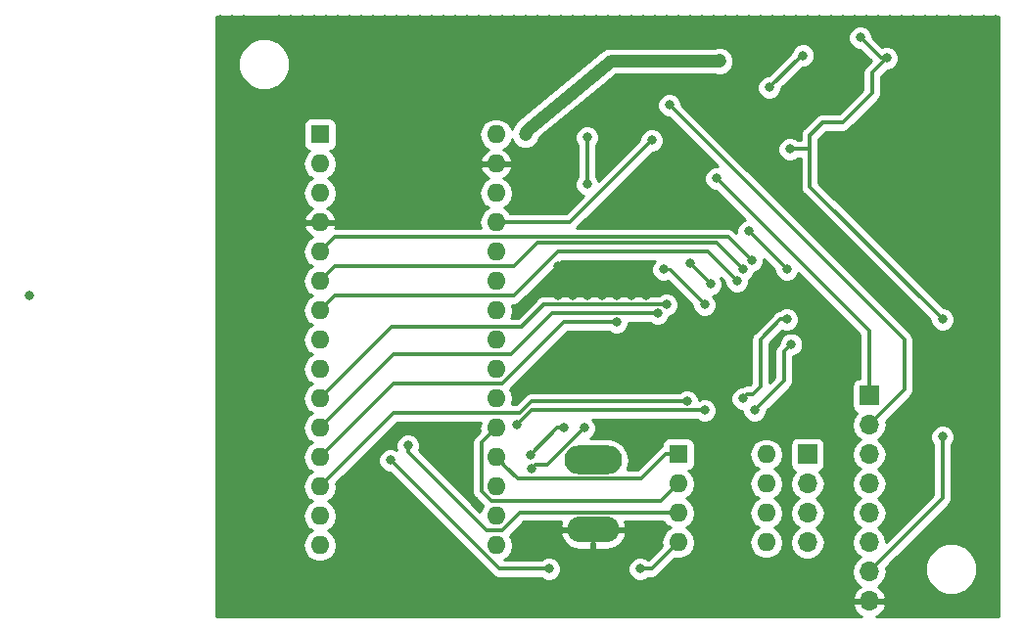
<source format=gbr>
G04 #@! TF.GenerationSoftware,KiCad,Pcbnew,(5.0.1)-3*
G04 #@! TF.CreationDate,2018-11-01T19:24:07-05:00*
G04 #@! TF.ProjectId,module-tester-board,6D6F64756C652D7465737465722D626F,rev?*
G04 #@! TF.SameCoordinates,Original*
G04 #@! TF.FileFunction,Copper,L2,Bot,Signal*
G04 #@! TF.FilePolarity,Positive*
%FSLAX46Y46*%
G04 Gerber Fmt 4.6, Leading zero omitted, Abs format (unit mm)*
G04 Created by KiCad (PCBNEW (5.0.1)-3) date 11/1/2018 7:24:07 PM*
%MOMM*%
%LPD*%
G01*
G04 APERTURE LIST*
G04 #@! TA.AperFunction,ComponentPad*
%ADD10R,1.600000X1.600000*%
G04 #@! TD*
G04 #@! TA.AperFunction,ComponentPad*
%ADD11O,1.600000X1.600000*%
G04 #@! TD*
G04 #@! TA.AperFunction,ComponentPad*
%ADD12R,1.700000X1.700000*%
G04 #@! TD*
G04 #@! TA.AperFunction,ComponentPad*
%ADD13O,1.700000X1.700000*%
G04 #@! TD*
G04 #@! TA.AperFunction,ComponentPad*
%ADD14O,5.000000X2.500000*%
G04 #@! TD*
G04 #@! TA.AperFunction,ComponentPad*
%ADD15O,4.500000X2.250000*%
G04 #@! TD*
G04 #@! TA.AperFunction,ViaPad*
%ADD16C,0.800000*%
G04 #@! TD*
G04 #@! TA.AperFunction,ViaPad*
%ADD17C,1.200000*%
G04 #@! TD*
G04 #@! TA.AperFunction,Conductor*
%ADD18C,0.304800*%
G04 #@! TD*
G04 #@! TA.AperFunction,Conductor*
%ADD19C,0.250000*%
G04 #@! TD*
G04 #@! TA.AperFunction,Conductor*
%ADD20C,1.063000*%
G04 #@! TD*
G04 #@! TA.AperFunction,Conductor*
%ADD21C,0.254000*%
G04 #@! TD*
G04 APERTURE END LIST*
D10*
G04 #@! TO.P,A1,1*
G04 #@! TO.N,Net-(A1-Pad1)*
X128016000Y-77470000D03*
D11*
G04 #@! TO.P,A1,17*
G04 #@! TO.N,Net-(A1-Pad17)*
X143256000Y-110490000D03*
G04 #@! TO.P,A1,2*
G04 #@! TO.N,Net-(A1-Pad2)*
X128016000Y-80010000D03*
G04 #@! TO.P,A1,18*
G04 #@! TO.N,Net-(A1-Pad18)*
X143256000Y-107950000D03*
G04 #@! TO.P,A1,3*
G04 #@! TO.N,Net-(A1-Pad3)*
X128016000Y-82550000D03*
G04 #@! TO.P,A1,19*
G04 #@! TO.N,A0*
X143256000Y-105410000D03*
G04 #@! TO.P,A1,4*
G04 #@! TO.N,GND*
X128016000Y-85090000D03*
G04 #@! TO.P,A1,20*
G04 #@! TO.N,A1*
X143256000Y-102870000D03*
G04 #@! TO.P,A1,5*
G04 #@! TO.N,INT*
X128016000Y-87630000D03*
G04 #@! TO.P,A1,21*
G04 #@! TO.N,Net-(A1-Pad21)*
X143256000Y-100330000D03*
G04 #@! TO.P,A1,6*
G04 #@! TO.N,RX0*
X128016000Y-90170000D03*
G04 #@! TO.P,A1,22*
G04 #@! TO.N,Net-(A1-Pad22)*
X143256000Y-97790000D03*
G04 #@! TO.P,A1,7*
G04 #@! TO.N,RX1*
X128016000Y-92710000D03*
G04 #@! TO.P,A1,23*
G04 #@! TO.N,Net-(A1-Pad23)*
X143256000Y-95250000D03*
G04 #@! TO.P,A1,8*
G04 #@! TO.N,PWM0*
X128016000Y-95250000D03*
G04 #@! TO.P,A1,24*
G04 #@! TO.N,Net-(A1-Pad24)*
X143256000Y-92710000D03*
G04 #@! TO.P,A1,9*
G04 #@! TO.N,PWM1*
X128016000Y-97790000D03*
G04 #@! TO.P,A1,25*
G04 #@! TO.N,Net-(A1-Pad25)*
X143256000Y-90170000D03*
G04 #@! TO.P,A1,10*
G04 #@! TO.N,TX0*
X128016000Y-100330000D03*
G04 #@! TO.P,A1,26*
G04 #@! TO.N,Net-(A1-Pad26)*
X143256000Y-87630000D03*
G04 #@! TO.P,A1,11*
G04 #@! TO.N,TX1*
X128016000Y-102870000D03*
G04 #@! TO.P,A1,27*
G04 #@! TO.N,+5V*
X143256000Y-85090000D03*
G04 #@! TO.P,A1,12*
G04 #@! TO.N,TX2*
X128016000Y-105410000D03*
G04 #@! TO.P,A1,28*
G04 #@! TO.N,Net-(A1-Pad28)*
X143256000Y-82550000D03*
G04 #@! TO.P,A1,13*
G04 #@! TO.N,SS*
X128016000Y-107950000D03*
G04 #@! TO.P,A1,29*
G04 #@! TO.N,GND*
X143256000Y-80010000D03*
G04 #@! TO.P,A1,14*
G04 #@! TO.N,SI*
X128016000Y-110490000D03*
G04 #@! TO.P,A1,30*
G04 #@! TO.N,+12V*
X143256000Y-77470000D03*
G04 #@! TO.P,A1,15*
G04 #@! TO.N,SO*
X128016000Y-113030000D03*
G04 #@! TO.P,A1,16*
G04 #@! TO.N,SCK*
X143256000Y-113030000D03*
G04 #@! TD*
D12*
G04 #@! TO.P,J1,1*
G04 #@! TO.N,CANH*
X175514000Y-100076000D03*
D13*
G04 #@! TO.P,J1,2*
G04 #@! TO.N,CANL*
X175514000Y-102616000D03*
G04 #@! TO.P,J1,3*
G04 #@! TO.N,Net-(J1-Pad3)*
X175514000Y-105156000D03*
G04 #@! TO.P,J1,4*
G04 #@! TO.N,Net-(J1-Pad4)*
X175514000Y-107696000D03*
G04 #@! TO.P,J1,5*
G04 #@! TO.N,Net-(J1-Pad5)*
X175514000Y-110236000D03*
G04 #@! TO.P,J1,6*
G04 #@! TO.N,Net-(J1-Pad6)*
X175514000Y-112776000D03*
G04 #@! TO.P,J1,7*
G04 #@! TO.N,+48V*
X175514000Y-115316000D03*
G04 #@! TO.P,J1,8*
G04 #@! TO.N,GND*
X175514000Y-117856000D03*
G04 #@! TD*
D14*
G04 #@! TO.P,J2,1*
G04 #@! TO.N,+12V*
X151638000Y-105664000D03*
D15*
G04 #@! TO.P,J2,2*
G04 #@! TO.N,GND*
X151638000Y-111664000D03*
G04 #@! TD*
D12*
G04 #@! TO.P,J4,1*
G04 #@! TO.N,Net-(J1-Pad3)*
X170180000Y-105156000D03*
D13*
G04 #@! TO.P,J4,2*
G04 #@! TO.N,Net-(J1-Pad4)*
X170180000Y-107696000D03*
G04 #@! TO.P,J4,3*
G04 #@! TO.N,Net-(J1-Pad5)*
X170180000Y-110236000D03*
G04 #@! TO.P,J4,4*
G04 #@! TO.N,Net-(J1-Pad6)*
X170180000Y-112776000D03*
G04 #@! TD*
D10*
G04 #@! TO.P,SW1,1*
G04 #@! TO.N,A0*
X159004000Y-105156000D03*
D11*
G04 #@! TO.P,SW1,5*
G04 #@! TO.N,Net-(J1-Pad6)*
X166624000Y-112776000D03*
G04 #@! TO.P,SW1,2*
G04 #@! TO.N,A1*
X159004000Y-107696000D03*
G04 #@! TO.P,SW1,6*
G04 #@! TO.N,Net-(J1-Pad5)*
X166624000Y-110236000D03*
G04 #@! TO.P,SW1,3*
G04 #@! TO.N,PWM0*
X159004000Y-110236000D03*
G04 #@! TO.P,SW1,7*
G04 #@! TO.N,Net-(J1-Pad4)*
X166624000Y-107696000D03*
G04 #@! TO.P,SW1,4*
G04 #@! TO.N,PWM1*
X159004000Y-112776000D03*
G04 #@! TO.P,SW1,8*
G04 #@! TO.N,Net-(J1-Pad3)*
X166624000Y-105156000D03*
G04 #@! TD*
D16*
G04 #@! TO.N,*
X102870000Y-91440000D03*
G04 #@! TO.N,GND*
X119380000Y-67564000D03*
X119380000Y-118872000D03*
X186436000Y-118872000D03*
X186436000Y-67564000D03*
X120396000Y-67564000D03*
X121412000Y-67564000D03*
X125476000Y-67564000D03*
X126492000Y-67564000D03*
X127508000Y-67564000D03*
X128524000Y-67564000D03*
X129540000Y-67564000D03*
X130556000Y-67564000D03*
X131572000Y-67564000D03*
X132588000Y-67564000D03*
X133604000Y-67564000D03*
X134620000Y-67564000D03*
X135636000Y-67564000D03*
X136652000Y-67564000D03*
X137668000Y-67564000D03*
X138684000Y-67564000D03*
X139700000Y-67564000D03*
X140716000Y-67564000D03*
X141732000Y-67564000D03*
X142748000Y-67564000D03*
X143764000Y-67564000D03*
X144780000Y-67564000D03*
X145796000Y-67564000D03*
X146812000Y-67564000D03*
X147828000Y-67564000D03*
X148844000Y-67564000D03*
X149860000Y-67564000D03*
X150876000Y-67564000D03*
X151892000Y-67564000D03*
X152908000Y-67564000D03*
X153924000Y-67564000D03*
X154940000Y-67564000D03*
X155956000Y-67564000D03*
X156972000Y-67564000D03*
X157988000Y-67564000D03*
X159004000Y-67564000D03*
X160020000Y-67564000D03*
X160020000Y-67564000D03*
X160020000Y-67564000D03*
X161036000Y-67564000D03*
X162052000Y-67564000D03*
X163068000Y-67564000D03*
X164084000Y-67564000D03*
X165100000Y-67564000D03*
X166116000Y-67564000D03*
X167132000Y-67564000D03*
X168148000Y-67564000D03*
X169164000Y-67564000D03*
X170180000Y-67564000D03*
X171196000Y-67564000D03*
X172212000Y-67564000D03*
X173228000Y-67564000D03*
X174244000Y-67564000D03*
X175260000Y-67564000D03*
X176276000Y-67564000D03*
X177292000Y-67564000D03*
X178308000Y-67564000D03*
X183388000Y-67564000D03*
X185420000Y-67564000D03*
X184404000Y-67564000D03*
X182372000Y-67564000D03*
X181356000Y-67564000D03*
X180340000Y-67564000D03*
X179324000Y-67564000D03*
X124460000Y-67564000D03*
X119380000Y-68580000D03*
X119380000Y-69596000D03*
X186436000Y-117856000D03*
X186436000Y-116840000D03*
X185420000Y-118872000D03*
X184404000Y-118872000D03*
X119380000Y-117856000D03*
X119380000Y-116840000D03*
X119380000Y-115824000D03*
X119380000Y-114808000D03*
X119380000Y-113792000D03*
X119380000Y-112776000D03*
X119380000Y-111760000D03*
X119380000Y-110744000D03*
X119380000Y-109728000D03*
X119380000Y-108712000D03*
X119380000Y-107696000D03*
X119380000Y-106680000D03*
X119380000Y-105664000D03*
X119380000Y-104648000D03*
X119380000Y-103632000D03*
X119380000Y-102616000D03*
X119380000Y-101600000D03*
X119380000Y-100584000D03*
X119380000Y-99568000D03*
X119380000Y-98552000D03*
X119380000Y-97536000D03*
X119380000Y-96520000D03*
X119380000Y-95504000D03*
X119380000Y-94488000D03*
X119380000Y-93472000D03*
X119380000Y-92456000D03*
X119380000Y-91440000D03*
X119380000Y-90424000D03*
X119380000Y-90424000D03*
X119380000Y-90424000D03*
X119380000Y-89408000D03*
X119380000Y-88392000D03*
X119380000Y-87376000D03*
X119380000Y-86360000D03*
X119380000Y-84328000D03*
X119380000Y-85344000D03*
X119380000Y-83312000D03*
X119380000Y-82296000D03*
X119380000Y-81280000D03*
X119380000Y-80264000D03*
X119380000Y-79248000D03*
X119380000Y-78232000D03*
X119380000Y-77216000D03*
X119380000Y-76200000D03*
X119380000Y-75184000D03*
X119380000Y-74168000D03*
X119380000Y-73152000D03*
X120396000Y-118872000D03*
X121412000Y-118872000D03*
X122428000Y-118872000D03*
X123444000Y-118872000D03*
X124460000Y-118872000D03*
X125476000Y-118872000D03*
X126492000Y-118872000D03*
X138684000Y-118872000D03*
X134620000Y-118872000D03*
X139700000Y-118872000D03*
X135636000Y-118872000D03*
X129540000Y-118872000D03*
X128524000Y-118872000D03*
X144780000Y-118872000D03*
X140716000Y-118872000D03*
X131572000Y-118872000D03*
X137668000Y-118872000D03*
X127508000Y-118872000D03*
X143764000Y-118872000D03*
X142748000Y-118872000D03*
X130556000Y-118872000D03*
X133604000Y-118872000D03*
X145796000Y-118872000D03*
X132588000Y-118872000D03*
X141732000Y-118872000D03*
X136652000Y-118872000D03*
X161036000Y-118872000D03*
X156972000Y-118872000D03*
X162052000Y-118872000D03*
X157988000Y-118872000D03*
X167132000Y-118872000D03*
X163068000Y-118872000D03*
X160020000Y-118872000D03*
X166116000Y-118872000D03*
X165100000Y-118872000D03*
X168148000Y-118872000D03*
X164084000Y-118872000D03*
X159004000Y-118872000D03*
X169164000Y-118872000D03*
X170180000Y-118872000D03*
X171196000Y-118872000D03*
X172212000Y-118872000D03*
X173228000Y-118872000D03*
X177800000Y-118872000D03*
X178816000Y-118872000D03*
X179832000Y-118872000D03*
X180848000Y-118872000D03*
X186436000Y-100076000D03*
X186436000Y-74676000D03*
X186436000Y-102108000D03*
X186436000Y-83820000D03*
X186436000Y-77724000D03*
X186436000Y-92964000D03*
X186436000Y-72644000D03*
X186436000Y-85852000D03*
X186436000Y-71628000D03*
X186436000Y-79756000D03*
X186436000Y-98044000D03*
X186436000Y-91948000D03*
X186436000Y-81788000D03*
X186436000Y-68580000D03*
X186436000Y-69596000D03*
X186436000Y-94996000D03*
X186436000Y-89916000D03*
X186436000Y-87884000D03*
X186436000Y-101092000D03*
X186436000Y-83820000D03*
X186436000Y-99060000D03*
X186436000Y-82804000D03*
X186436000Y-80772000D03*
X186436000Y-90932000D03*
X186436000Y-96012000D03*
X186436000Y-76708000D03*
X186436000Y-73660000D03*
X186436000Y-70612000D03*
X186436000Y-83820000D03*
X186436000Y-84836000D03*
X186436000Y-78740000D03*
X186436000Y-86868000D03*
X186436000Y-88900000D03*
X186436000Y-75692000D03*
X186436000Y-93980000D03*
X186436000Y-97028000D03*
X186436000Y-105156000D03*
X186436000Y-106172000D03*
X186436000Y-103124000D03*
X186436000Y-104140000D03*
X186436000Y-109220000D03*
X186436000Y-110236000D03*
X186436000Y-107188000D03*
X186436000Y-108204000D03*
X186436000Y-113284000D03*
X186436000Y-111252000D03*
X186436000Y-112268000D03*
X170434000Y-100584000D03*
X168402000Y-100584000D03*
X166116000Y-75438000D03*
X167640000Y-74930000D03*
X164338000Y-75438000D03*
X158242000Y-73660000D03*
X163068000Y-99187000D03*
X157480000Y-81280000D03*
X157480000Y-82550000D03*
X157480000Y-83820000D03*
X157480000Y-85090000D03*
X160020000Y-85090000D03*
X158750000Y-85090000D03*
X161290000Y-85090000D03*
X160020000Y-83820000D03*
X158750000Y-82550000D03*
X148590000Y-88900000D03*
X149860000Y-88900000D03*
X151130000Y-88900000D03*
X152400000Y-88900000D03*
X153670000Y-88900000D03*
X154940000Y-88900000D03*
X149860000Y-91440000D03*
X148590000Y-91440000D03*
X151130000Y-91440000D03*
X152400000Y-91440000D03*
X153670000Y-91440000D03*
X154940000Y-91440000D03*
X156210000Y-91440000D03*
X156210000Y-97790000D03*
X157480000Y-97790000D03*
X157480000Y-96520000D03*
X156210000Y-96520000D03*
X154940000Y-96520000D03*
X154940000Y-97790000D03*
X152400000Y-97790000D03*
X153670000Y-96520000D03*
X152400000Y-96520000D03*
X151130000Y-96520000D03*
X149860000Y-96520000D03*
X148590000Y-96520000D03*
X148590000Y-97790000D03*
X149860000Y-97790000D03*
X151130000Y-97790000D03*
X153670000Y-97790000D03*
X168910000Y-82550000D03*
X168910000Y-83820000D03*
X170180000Y-83820000D03*
X170180000Y-85090000D03*
X171450000Y-85090000D03*
X172720000Y-86360000D03*
X171450000Y-86360000D03*
X172720000Y-87630000D03*
X173990000Y-87630000D03*
X173990000Y-88900000D03*
X175260000Y-88900000D03*
X148590000Y-83820000D03*
X148590000Y-82550000D03*
X148590000Y-81280000D03*
X148590000Y-80010000D03*
X148590000Y-78740000D03*
X140970000Y-102870000D03*
X139700000Y-102870000D03*
X138430000Y-102870000D03*
X137160000Y-102870000D03*
X170180000Y-99060000D03*
G04 #@! TO.N,INT*
X165354000Y-88392000D03*
G04 #@! TO.N,RX0*
X164592000Y-89154000D03*
G04 #@! TO.N,RX1*
X164084000Y-90170000D03*
G04 #@! TO.N,PWM0*
X135636000Y-104394000D03*
G04 #@! TO.N,PWM1*
X134112000Y-105664000D03*
X155702000Y-115062000D03*
X147828000Y-115062000D03*
G04 #@! TO.N,TX0*
X157988000Y-92202000D03*
G04 #@! TO.N,TX1*
X157226000Y-92964000D03*
G04 #@! TO.N,+5V*
X156718000Y-77978000D03*
X168402000Y-89154000D03*
X165100000Y-85852000D03*
G04 #@! TO.N,TX2*
X153670000Y-93726000D03*
G04 #@! TO.N,SS*
X168402000Y-93472000D03*
X164592000Y-100330000D03*
X159766000Y-100584000D03*
G04 #@! TO.N,SI*
X149098000Y-102870000D03*
X146220524Y-105176294D03*
D17*
G04 #@! TO.N,+12V*
X145796000Y-77470000D03*
X162560000Y-71120000D03*
D16*
G04 #@! TO.N,SO*
X146304000Y-106426000D03*
X150876000Y-102870000D03*
G04 #@! TO.N,SCK*
X168782441Y-95621135D03*
X145034000Y-102616000D03*
X165608000Y-101346000D03*
X161290000Y-101346000D03*
G04 #@! TO.N,+48V*
X181864000Y-93472000D03*
X181864000Y-103632000D03*
X177038000Y-70866000D03*
X174752000Y-69088000D03*
X168656000Y-78740000D03*
G04 #@! TO.N,Net-(D1-Pad2)*
X169799000Y-70615000D03*
X166878000Y-73406000D03*
G04 #@! TO.N,CANL*
X158242000Y-74930000D03*
G04 #@! TO.N,CANH*
X162306000Y-81280000D03*
G04 #@! TO.N,Net-(U4-Pad1)*
X161290000Y-92202000D03*
X157734000Y-89154000D03*
X151130000Y-81788000D03*
X151130000Y-77724000D03*
G04 #@! TO.N,Net-(U4-Pad2)*
X160020000Y-88646000D03*
X161798000Y-90424000D03*
G04 #@! TD*
D18*
G04 #@! TO.N,A0*
X144055999Y-106209999D02*
X143256000Y-105410000D01*
X145112410Y-107266410D02*
X144055999Y-106209999D01*
X155788790Y-107266410D02*
X145112410Y-107266410D01*
X157899200Y-105156000D02*
X155788790Y-107266410D01*
X159004000Y-105156000D02*
X157899200Y-105156000D01*
G04 #@! TO.N,A1*
X157480000Y-109220000D02*
X157226000Y-109220000D01*
X159004000Y-107696000D02*
X157480000Y-109220000D01*
D19*
X142860998Y-109220000D02*
X157226000Y-109220000D01*
D18*
X143256000Y-109220000D02*
X142860998Y-109220000D01*
X157480000Y-109220000D02*
X143256000Y-109220000D01*
X142860998Y-109220000D02*
X141986000Y-108345002D01*
X141986000Y-104140000D02*
X143256000Y-102870000D01*
X141986000Y-108345002D02*
X141986000Y-104140000D01*
G04 #@! TO.N,INT*
X163322000Y-86360000D02*
X165354000Y-88392000D01*
X128016000Y-87630000D02*
X129286000Y-86360000D01*
X129286000Y-86360000D02*
X163322000Y-86360000D01*
D19*
G04 #@! TO.N,RX0*
X164482999Y-89044999D02*
X164592000Y-89154000D01*
D18*
X146812000Y-86868000D02*
X144780000Y-88900000D01*
X164592000Y-89154000D02*
X162306000Y-86868000D01*
X162306000Y-86868000D02*
X146812000Y-86868000D01*
X144780000Y-88900000D02*
X129286000Y-88900000D01*
X129286000Y-88900000D02*
X128016000Y-90170000D01*
G04 #@! TO.N,RX1*
X161544000Y-87630000D02*
X164084000Y-90170000D01*
X144780000Y-91440000D02*
X148590000Y-87630000D01*
X148590000Y-87630000D02*
X161544000Y-87630000D01*
X129286000Y-91440000D02*
X128016000Y-92710000D01*
X144780000Y-91440000D02*
X129286000Y-91440000D01*
G04 #@! TO.N,PWM0*
X159004000Y-110236000D02*
X157872630Y-110236000D01*
X157872630Y-110236000D02*
X157823220Y-110186590D01*
X145337410Y-110186590D02*
X146558000Y-110186590D01*
X157823220Y-110186590D02*
X146558000Y-110186590D01*
X135636000Y-104394000D02*
X135636000Y-104959685D01*
X135636000Y-104959685D02*
X142436315Y-111760000D01*
X142436315Y-111760000D02*
X143764000Y-111760000D01*
X143764000Y-111760000D02*
X145337410Y-110186590D01*
G04 #@! TO.N,PWM1*
X147828000Y-115062000D02*
X143510000Y-115062000D01*
X143510000Y-115062000D02*
X134112000Y-105664000D01*
X156718000Y-115062000D02*
X159004000Y-112776000D01*
X155702000Y-115062000D02*
X156718000Y-115062000D01*
D19*
G04 #@! TO.N,TX0*
X147332592Y-92202000D02*
X145409593Y-94124999D01*
D18*
X145382193Y-94097599D02*
X145409593Y-94124999D01*
X128016000Y-100330000D02*
X134248401Y-94097599D01*
X145436993Y-94097599D02*
X147332592Y-92202000D01*
X145382193Y-94097599D02*
X145436993Y-94097599D01*
X145382193Y-94097599D02*
X134248401Y-94097599D01*
X147332592Y-92202000D02*
X157988000Y-92202000D01*
G04 #@! TO.N,TX1*
X148082000Y-92964000D02*
X144526000Y-96520000D01*
X157226000Y-92964000D02*
X148082000Y-92964000D01*
X134366000Y-96520000D02*
X128016000Y-102870000D01*
X144526000Y-96520000D02*
X134366000Y-96520000D01*
G04 #@! TO.N,+5V*
X143256000Y-85090000D02*
X149606000Y-85090000D01*
X149606000Y-85090000D02*
X156718000Y-77978000D01*
X165100000Y-85852000D02*
X168402000Y-89154000D01*
G04 #@! TO.N,TX2*
X143764000Y-99060000D02*
X149098000Y-93726000D01*
X134366000Y-99060000D02*
X143764000Y-99060000D01*
X128016000Y-105410000D02*
X134366000Y-99060000D01*
X149098000Y-93726000D02*
X153670000Y-93726000D01*
G04 #@! TO.N,SS*
X145288000Y-101600000D02*
X146304000Y-100584000D01*
X128016000Y-107950000D02*
X134366000Y-101600000D01*
X134366000Y-101600000D02*
X145288000Y-101600000D01*
X146304000Y-100584000D02*
X159766000Y-100584000D01*
X165499999Y-99930001D02*
X166116000Y-99314000D01*
X164991999Y-99930001D02*
X165499999Y-99930001D01*
X164592000Y-100330000D02*
X164991999Y-99930001D01*
X166116000Y-99314000D02*
X166116000Y-95192315D01*
X166116000Y-95192315D02*
X167836315Y-93472000D01*
X168402000Y-93472000D02*
X167836315Y-93472000D01*
G04 #@! TO.N,SI*
X148526818Y-102870000D02*
X146220524Y-105176294D01*
X149098000Y-102870000D02*
X148526818Y-102870000D01*
D20*
G04 #@! TO.N,+12V*
X145796000Y-77216000D02*
X145796000Y-77470000D01*
X162560000Y-71120000D02*
X153162000Y-71120000D01*
X153162000Y-71120000D02*
X145796000Y-77216000D01*
D18*
G04 #@! TO.N,SO*
X150476001Y-103269999D02*
X150876000Y-102870000D01*
X147719999Y-106026001D02*
X150476001Y-103269999D01*
X146703999Y-106026001D02*
X147719999Y-106026001D01*
X146304000Y-106426000D02*
X146703999Y-106026001D01*
D19*
G04 #@! TO.N,SCK*
X165665990Y-101288010D02*
X165665990Y-101288010D01*
D18*
X168148000Y-96255576D02*
X168148000Y-98806000D01*
X168782441Y-95621135D02*
X168148000Y-96255576D01*
X168148000Y-98806000D02*
X165608000Y-101346000D01*
X146304000Y-101346000D02*
X145034000Y-102616000D01*
X161290000Y-101346000D02*
X146304000Y-101346000D01*
D19*
G04 #@! TO.N,+48V*
X170383000Y-78765500D02*
X170383000Y-81991000D01*
X170357500Y-78740000D02*
X170383000Y-78765500D01*
X168656000Y-78740000D02*
X170357500Y-78740000D01*
X170357500Y-77546500D02*
X171450000Y-76454000D01*
X170357500Y-78740000D02*
X170357500Y-77546500D01*
D18*
X181864000Y-108966000D02*
X181864000Y-103632000D01*
X175514000Y-115316000D02*
X181864000Y-108966000D01*
X181864000Y-93472000D02*
X170383000Y-81991000D01*
X170383000Y-77521000D02*
X171450000Y-76454000D01*
X171450000Y-76454000D02*
X173228000Y-76454000D01*
X173228000Y-76454000D02*
X175768000Y-73914000D01*
X175768000Y-72136000D02*
X177038000Y-70866000D01*
X175768000Y-73914000D02*
X175768000Y-72136000D01*
X176530000Y-70866000D02*
X174752000Y-69088000D01*
X177038000Y-70866000D02*
X176530000Y-70866000D01*
X168656000Y-78740000D02*
X170383000Y-78740000D01*
X170383000Y-81991000D02*
X170383000Y-78740000D01*
X170383000Y-78740000D02*
X170383000Y-77521000D01*
D19*
G04 #@! TO.N,Net-(D1-Pad2)*
X169799000Y-70615000D02*
X169799000Y-70615000D01*
D18*
X169669000Y-70615000D02*
X169799000Y-70615000D01*
X166878000Y-73406000D02*
X169669000Y-70615000D01*
G04 #@! TO.N,CANL*
X178562000Y-99568000D02*
X175514000Y-102616000D01*
X158242000Y-74930000D02*
X178562000Y-95250000D01*
X178562000Y-95250000D02*
X178562000Y-99568000D01*
G04 #@! TO.N,CANH*
X175514000Y-94488000D02*
X175514000Y-100076000D01*
X162306000Y-81280000D02*
X175514000Y-94488000D01*
D19*
G04 #@! TO.N,Net-(U4-Pad1)*
X161290000Y-92202000D02*
X158242000Y-89154000D01*
X158242000Y-89154000D02*
X157734000Y-89154000D01*
D18*
X151130000Y-77724000D02*
X151130000Y-81788000D01*
D19*
G04 #@! TO.N,Net-(U4-Pad2)*
X160020000Y-88646000D02*
X161798000Y-90424000D01*
G04 #@! TD*
D21*
G04 #@! TO.N,GND*
G36*
X186742001Y-119178000D02*
X176125320Y-119178000D01*
X176395358Y-119051183D01*
X176785645Y-118622924D01*
X176955476Y-118212890D01*
X176834155Y-117983000D01*
X175641000Y-117983000D01*
X175641000Y-118003000D01*
X175387000Y-118003000D01*
X175387000Y-117983000D01*
X174193845Y-117983000D01*
X174072524Y-118212890D01*
X174242355Y-118622924D01*
X174632642Y-119051183D01*
X174902680Y-119178000D01*
X119074000Y-119178000D01*
X119074000Y-87630000D01*
X126552887Y-87630000D01*
X126664260Y-88189909D01*
X126981423Y-88664577D01*
X127333758Y-88900000D01*
X126981423Y-89135423D01*
X126664260Y-89610091D01*
X126552887Y-90170000D01*
X126664260Y-90729909D01*
X126981423Y-91204577D01*
X127333758Y-91440000D01*
X126981423Y-91675423D01*
X126664260Y-92150091D01*
X126552887Y-92710000D01*
X126664260Y-93269909D01*
X126981423Y-93744577D01*
X127333758Y-93980000D01*
X126981423Y-94215423D01*
X126664260Y-94690091D01*
X126552887Y-95250000D01*
X126664260Y-95809909D01*
X126981423Y-96284577D01*
X127333758Y-96520000D01*
X126981423Y-96755423D01*
X126664260Y-97230091D01*
X126552887Y-97790000D01*
X126664260Y-98349909D01*
X126981423Y-98824577D01*
X127333758Y-99060000D01*
X126981423Y-99295423D01*
X126664260Y-99770091D01*
X126552887Y-100330000D01*
X126664260Y-100889909D01*
X126981423Y-101364577D01*
X127333758Y-101600000D01*
X126981423Y-101835423D01*
X126664260Y-102310091D01*
X126552887Y-102870000D01*
X126664260Y-103429909D01*
X126981423Y-103904577D01*
X127333758Y-104140000D01*
X126981423Y-104375423D01*
X126664260Y-104850091D01*
X126552887Y-105410000D01*
X126664260Y-105969909D01*
X126981423Y-106444577D01*
X127333758Y-106680000D01*
X126981423Y-106915423D01*
X126664260Y-107390091D01*
X126552887Y-107950000D01*
X126664260Y-108509909D01*
X126981423Y-108984577D01*
X127333758Y-109220000D01*
X126981423Y-109455423D01*
X126664260Y-109930091D01*
X126552887Y-110490000D01*
X126664260Y-111049909D01*
X126981423Y-111524577D01*
X127333758Y-111760000D01*
X126981423Y-111995423D01*
X126664260Y-112470091D01*
X126552887Y-113030000D01*
X126664260Y-113589909D01*
X126981423Y-114064577D01*
X127456091Y-114381740D01*
X127874667Y-114465000D01*
X128157333Y-114465000D01*
X128575909Y-114381740D01*
X129050577Y-114064577D01*
X129367740Y-113589909D01*
X129479113Y-113030000D01*
X129367740Y-112470091D01*
X129050577Y-111995423D01*
X128698242Y-111760000D01*
X129050577Y-111524577D01*
X129367740Y-111049909D01*
X129479113Y-110490000D01*
X129367740Y-109930091D01*
X129050577Y-109455423D01*
X128698242Y-109220000D01*
X129050577Y-108984577D01*
X129367740Y-108509909D01*
X129479113Y-107950000D01*
X129421117Y-107658434D01*
X134692152Y-102387400D01*
X141888882Y-102387400D01*
X141792887Y-102870000D01*
X141850883Y-103161566D01*
X141484063Y-103528386D01*
X141418317Y-103572316D01*
X141374387Y-103638062D01*
X141244286Y-103832772D01*
X141183174Y-104140000D01*
X141198601Y-104217556D01*
X141198600Y-108267451D01*
X141183174Y-108345002D01*
X141198600Y-108422553D01*
X141244285Y-108652229D01*
X141418316Y-108912686D01*
X141484065Y-108956618D01*
X142125872Y-109598426D01*
X141904260Y-109930091D01*
X141873682Y-110083815D01*
X136588621Y-104798755D01*
X136671000Y-104599874D01*
X136671000Y-104188126D01*
X136513431Y-103807720D01*
X136222280Y-103516569D01*
X135841874Y-103359000D01*
X135430126Y-103359000D01*
X135049720Y-103516569D01*
X134758569Y-103807720D01*
X134601000Y-104188126D01*
X134601000Y-104599874D01*
X134674200Y-104776595D01*
X134317874Y-104629000D01*
X133906126Y-104629000D01*
X133525720Y-104786569D01*
X133234569Y-105077720D01*
X133077000Y-105458126D01*
X133077000Y-105869874D01*
X133234569Y-106250280D01*
X133525720Y-106541431D01*
X133906126Y-106699000D01*
X134033449Y-106699000D01*
X142898386Y-115563938D01*
X142942316Y-115629684D01*
X143202772Y-115803715D01*
X143432448Y-115849400D01*
X143509999Y-115864826D01*
X143587550Y-115849400D01*
X147151689Y-115849400D01*
X147241720Y-115939431D01*
X147622126Y-116097000D01*
X148033874Y-116097000D01*
X148414280Y-115939431D01*
X148705431Y-115648280D01*
X148863000Y-115267874D01*
X148863000Y-114856126D01*
X148705431Y-114475720D01*
X148414280Y-114184569D01*
X148033874Y-114027000D01*
X147622126Y-114027000D01*
X147241720Y-114184569D01*
X147151689Y-114274600D01*
X143976255Y-114274600D01*
X144290577Y-114064577D01*
X144607740Y-113589909D01*
X144719113Y-113030000D01*
X144607740Y-112470091D01*
X144431389Y-112206162D01*
X145663562Y-110973990D01*
X148914462Y-110973990D01*
X148838371Y-111107810D01*
X148799067Y-111263957D01*
X148916794Y-111537000D01*
X149502951Y-111537000D01*
X149502950Y-111791000D01*
X148916794Y-111791000D01*
X148799067Y-112064043D01*
X148838371Y-112220190D01*
X149178689Y-112818705D01*
X149722144Y-113241427D01*
X150386000Y-113424000D01*
X151511000Y-113424000D01*
X151511000Y-112799050D01*
X151765000Y-112799050D01*
X151765000Y-113424000D01*
X152890000Y-113424000D01*
X153553856Y-113241427D01*
X154097311Y-112818705D01*
X154437629Y-112220190D01*
X154476933Y-112064043D01*
X154359206Y-111791000D01*
X153773050Y-111791000D01*
X153773050Y-111537000D01*
X154359206Y-111537000D01*
X154476933Y-111263957D01*
X154437629Y-111107810D01*
X154361538Y-110973990D01*
X157559827Y-110973990D01*
X157565402Y-110977715D01*
X157795078Y-111023400D01*
X157805673Y-111025507D01*
X157969423Y-111270577D01*
X158321758Y-111506000D01*
X157969423Y-111741423D01*
X157652260Y-112216091D01*
X157540887Y-112776000D01*
X157598883Y-113067565D01*
X156391849Y-114274600D01*
X156378311Y-114274600D01*
X156288280Y-114184569D01*
X155907874Y-114027000D01*
X155496126Y-114027000D01*
X155115720Y-114184569D01*
X154824569Y-114475720D01*
X154667000Y-114856126D01*
X154667000Y-115267874D01*
X154824569Y-115648280D01*
X155115720Y-115939431D01*
X155496126Y-116097000D01*
X155907874Y-116097000D01*
X156288280Y-115939431D01*
X156378311Y-115849400D01*
X156640449Y-115849400D01*
X156718000Y-115864826D01*
X156795551Y-115849400D01*
X156795552Y-115849400D01*
X157025228Y-115803715D01*
X157285684Y-115629684D01*
X157329616Y-115563935D01*
X158712435Y-114181117D01*
X158862667Y-114211000D01*
X159145333Y-114211000D01*
X159563909Y-114127740D01*
X160038577Y-113810577D01*
X160355740Y-113335909D01*
X160467113Y-112776000D01*
X160355740Y-112216091D01*
X160038577Y-111741423D01*
X159686242Y-111506000D01*
X160038577Y-111270577D01*
X160355740Y-110795909D01*
X160467113Y-110236000D01*
X160355740Y-109676091D01*
X160038577Y-109201423D01*
X159686242Y-108966000D01*
X160038577Y-108730577D01*
X160355740Y-108255909D01*
X160467113Y-107696000D01*
X160355740Y-107136091D01*
X160038577Y-106661423D01*
X159917894Y-106580785D01*
X160051765Y-106554157D01*
X160261809Y-106413809D01*
X160402157Y-106203765D01*
X160451440Y-105956000D01*
X160451440Y-105156000D01*
X165160887Y-105156000D01*
X165272260Y-105715909D01*
X165589423Y-106190577D01*
X165941758Y-106426000D01*
X165589423Y-106661423D01*
X165272260Y-107136091D01*
X165160887Y-107696000D01*
X165272260Y-108255909D01*
X165589423Y-108730577D01*
X165941758Y-108966000D01*
X165589423Y-109201423D01*
X165272260Y-109676091D01*
X165160887Y-110236000D01*
X165272260Y-110795909D01*
X165589423Y-111270577D01*
X165941758Y-111506000D01*
X165589423Y-111741423D01*
X165272260Y-112216091D01*
X165160887Y-112776000D01*
X165272260Y-113335909D01*
X165589423Y-113810577D01*
X166064091Y-114127740D01*
X166482667Y-114211000D01*
X166765333Y-114211000D01*
X167183909Y-114127740D01*
X167658577Y-113810577D01*
X167975740Y-113335909D01*
X168087113Y-112776000D01*
X167975740Y-112216091D01*
X167658577Y-111741423D01*
X167306242Y-111506000D01*
X167658577Y-111270577D01*
X167975740Y-110795909D01*
X168087113Y-110236000D01*
X167975740Y-109676091D01*
X167658577Y-109201423D01*
X167306242Y-108966000D01*
X167658577Y-108730577D01*
X167975740Y-108255909D01*
X168087113Y-107696000D01*
X168665908Y-107696000D01*
X168781161Y-108275418D01*
X169109375Y-108766625D01*
X169407761Y-108966000D01*
X169109375Y-109165375D01*
X168781161Y-109656582D01*
X168665908Y-110236000D01*
X168781161Y-110815418D01*
X169109375Y-111306625D01*
X169407761Y-111506000D01*
X169109375Y-111705375D01*
X168781161Y-112196582D01*
X168665908Y-112776000D01*
X168781161Y-113355418D01*
X169109375Y-113846625D01*
X169600582Y-114174839D01*
X170033744Y-114261000D01*
X170326256Y-114261000D01*
X170759418Y-114174839D01*
X171250625Y-113846625D01*
X171578839Y-113355418D01*
X171694092Y-112776000D01*
X171578839Y-112196582D01*
X171250625Y-111705375D01*
X170952239Y-111506000D01*
X171250625Y-111306625D01*
X171578839Y-110815418D01*
X171694092Y-110236000D01*
X171578839Y-109656582D01*
X171250625Y-109165375D01*
X170952239Y-108966000D01*
X171250625Y-108766625D01*
X171578839Y-108275418D01*
X171694092Y-107696000D01*
X171578839Y-107116582D01*
X171250625Y-106625375D01*
X171232381Y-106613184D01*
X171277765Y-106604157D01*
X171487809Y-106463809D01*
X171628157Y-106253765D01*
X171677440Y-106006000D01*
X171677440Y-104306000D01*
X171628157Y-104058235D01*
X171487809Y-103848191D01*
X171277765Y-103707843D01*
X171030000Y-103658560D01*
X169330000Y-103658560D01*
X169082235Y-103707843D01*
X168872191Y-103848191D01*
X168731843Y-104058235D01*
X168682560Y-104306000D01*
X168682560Y-106006000D01*
X168731843Y-106253765D01*
X168872191Y-106463809D01*
X169082235Y-106604157D01*
X169127619Y-106613184D01*
X169109375Y-106625375D01*
X168781161Y-107116582D01*
X168665908Y-107696000D01*
X168087113Y-107696000D01*
X167975740Y-107136091D01*
X167658577Y-106661423D01*
X167306242Y-106426000D01*
X167658577Y-106190577D01*
X167975740Y-105715909D01*
X168087113Y-105156000D01*
X167975740Y-104596091D01*
X167658577Y-104121423D01*
X167183909Y-103804260D01*
X166765333Y-103721000D01*
X166482667Y-103721000D01*
X166064091Y-103804260D01*
X165589423Y-104121423D01*
X165272260Y-104596091D01*
X165160887Y-105156000D01*
X160451440Y-105156000D01*
X160451440Y-104356000D01*
X160402157Y-104108235D01*
X160261809Y-103898191D01*
X160051765Y-103757843D01*
X159804000Y-103708560D01*
X158204000Y-103708560D01*
X157956235Y-103757843D01*
X157746191Y-103898191D01*
X157605843Y-104108235D01*
X157556560Y-104356000D01*
X157556560Y-104437946D01*
X157542669Y-104447228D01*
X157331516Y-104588316D01*
X157287586Y-104654062D01*
X155462639Y-106479010D01*
X154610497Y-106479010D01*
X154663631Y-106399490D01*
X154809929Y-105664000D01*
X154663631Y-104928510D01*
X154247009Y-104304991D01*
X153623490Y-103888369D01*
X153073655Y-103779000D01*
X151386066Y-103779000D01*
X151462280Y-103747431D01*
X151753431Y-103456280D01*
X151911000Y-103075874D01*
X151911000Y-102664126D01*
X151753431Y-102283720D01*
X151603111Y-102133400D01*
X160613689Y-102133400D01*
X160703720Y-102223431D01*
X161084126Y-102381000D01*
X161495874Y-102381000D01*
X161876280Y-102223431D01*
X162167431Y-101932280D01*
X162325000Y-101551874D01*
X162325000Y-101140126D01*
X162167431Y-100759720D01*
X161876280Y-100468569D01*
X161495874Y-100311000D01*
X161084126Y-100311000D01*
X160801000Y-100428274D01*
X160801000Y-100378126D01*
X160695790Y-100124126D01*
X163557000Y-100124126D01*
X163557000Y-100535874D01*
X163714569Y-100916280D01*
X164005720Y-101207431D01*
X164386126Y-101365000D01*
X164573000Y-101365000D01*
X164573000Y-101551874D01*
X164730569Y-101932280D01*
X165021720Y-102223431D01*
X165402126Y-102381000D01*
X165813874Y-102381000D01*
X166194280Y-102223431D01*
X166485431Y-101932280D01*
X166643000Y-101551874D01*
X166643000Y-101424551D01*
X168649938Y-99417614D01*
X168715684Y-99373684D01*
X168889715Y-99113228D01*
X168935400Y-98883552D01*
X168950826Y-98806001D01*
X168935400Y-98728450D01*
X168935400Y-96656135D01*
X168988315Y-96656135D01*
X169368721Y-96498566D01*
X169659872Y-96207415D01*
X169817441Y-95827009D01*
X169817441Y-95415261D01*
X169659872Y-95034855D01*
X169368721Y-94743704D01*
X168988315Y-94586135D01*
X168576567Y-94586135D01*
X168196161Y-94743704D01*
X167905010Y-95034855D01*
X167747441Y-95415261D01*
X167747441Y-95542584D01*
X167646065Y-95643960D01*
X167580316Y-95687892D01*
X167406285Y-95948349D01*
X167361044Y-96175792D01*
X167345174Y-96255576D01*
X167360600Y-96333127D01*
X167360601Y-98479847D01*
X166903400Y-98937048D01*
X166903400Y-95518466D01*
X167997246Y-94424621D01*
X168196126Y-94507000D01*
X168607874Y-94507000D01*
X168988280Y-94349431D01*
X169279431Y-94058280D01*
X169437000Y-93677874D01*
X169437000Y-93266126D01*
X169279431Y-92885720D01*
X168988280Y-92594569D01*
X168607874Y-92437000D01*
X168196126Y-92437000D01*
X167815720Y-92594569D01*
X167717477Y-92692812D01*
X167529087Y-92730285D01*
X167268631Y-92904316D01*
X167224702Y-92970061D01*
X165614063Y-94580701D01*
X165548317Y-94624631D01*
X165504387Y-94690377D01*
X165374286Y-94885087D01*
X165313174Y-95192315D01*
X165328601Y-95269871D01*
X165328600Y-98987848D01*
X165173848Y-99142601D01*
X165069549Y-99142601D01*
X164991998Y-99127175D01*
X164914447Y-99142601D01*
X164684771Y-99188286D01*
X164525062Y-99295000D01*
X164386126Y-99295000D01*
X164005720Y-99452569D01*
X163714569Y-99743720D01*
X163557000Y-100124126D01*
X160695790Y-100124126D01*
X160643431Y-99997720D01*
X160352280Y-99706569D01*
X159971874Y-99549000D01*
X159560126Y-99549000D01*
X159179720Y-99706569D01*
X159089689Y-99796600D01*
X146381551Y-99796600D01*
X146304000Y-99781174D01*
X146226449Y-99796600D01*
X146226448Y-99796600D01*
X145996772Y-99842285D01*
X145736316Y-100016316D01*
X145692386Y-100082062D01*
X144961849Y-100812600D01*
X144623118Y-100812600D01*
X144719113Y-100330000D01*
X144607740Y-99770091D01*
X144431389Y-99506162D01*
X149424152Y-94513400D01*
X152993689Y-94513400D01*
X153083720Y-94603431D01*
X153464126Y-94761000D01*
X153875874Y-94761000D01*
X154256280Y-94603431D01*
X154547431Y-94312280D01*
X154705000Y-93931874D01*
X154705000Y-93751400D01*
X156549689Y-93751400D01*
X156639720Y-93841431D01*
X157020126Y-93999000D01*
X157431874Y-93999000D01*
X157812280Y-93841431D01*
X158103431Y-93550280D01*
X158241339Y-93217339D01*
X158574280Y-93079431D01*
X158865431Y-92788280D01*
X159023000Y-92407874D01*
X159023000Y-91996126D01*
X158865431Y-91615720D01*
X158574280Y-91324569D01*
X158193874Y-91167000D01*
X157782126Y-91167000D01*
X157401720Y-91324569D01*
X157311689Y-91414600D01*
X147410143Y-91414600D01*
X147332592Y-91399174D01*
X147255041Y-91414600D01*
X147255040Y-91414600D01*
X147025364Y-91460285D01*
X146764908Y-91634316D01*
X146720978Y-91700062D01*
X145110842Y-93310199D01*
X144580819Y-93310199D01*
X144607740Y-93269909D01*
X144719113Y-92710000D01*
X144623118Y-92227400D01*
X144702449Y-92227400D01*
X144780000Y-92242826D01*
X144857551Y-92227400D01*
X144857552Y-92227400D01*
X145087228Y-92181715D01*
X145347684Y-92007684D01*
X145391616Y-91941935D01*
X148916152Y-88417400D01*
X157006889Y-88417400D01*
X156856569Y-88567720D01*
X156699000Y-88948126D01*
X156699000Y-89359874D01*
X156856569Y-89740280D01*
X157147720Y-90031431D01*
X157528126Y-90189000D01*
X157939874Y-90189000D01*
X158125366Y-90112167D01*
X160255000Y-92241802D01*
X160255000Y-92407874D01*
X160412569Y-92788280D01*
X160703720Y-93079431D01*
X161084126Y-93237000D01*
X161495874Y-93237000D01*
X161876280Y-93079431D01*
X162167431Y-92788280D01*
X162325000Y-92407874D01*
X162325000Y-91996126D01*
X162167431Y-91615720D01*
X162008708Y-91456997D01*
X162384280Y-91301431D01*
X162675431Y-91010280D01*
X162833000Y-90629874D01*
X162833000Y-90218126D01*
X162701780Y-89901331D01*
X163049000Y-90248552D01*
X163049000Y-90375874D01*
X163206569Y-90756280D01*
X163497720Y-91047431D01*
X163878126Y-91205000D01*
X164289874Y-91205000D01*
X164670280Y-91047431D01*
X164961431Y-90756280D01*
X165119000Y-90375874D01*
X165119000Y-90055986D01*
X165178280Y-90031431D01*
X165469431Y-89740280D01*
X165607339Y-89407339D01*
X165940280Y-89269431D01*
X166231431Y-88978280D01*
X166389000Y-88597874D01*
X166389000Y-88254552D01*
X167367000Y-89232552D01*
X167367000Y-89359874D01*
X167524569Y-89740280D01*
X167815720Y-90031431D01*
X168196126Y-90189000D01*
X168607874Y-90189000D01*
X168988280Y-90031431D01*
X169279431Y-89740280D01*
X169388767Y-89476319D01*
X174726600Y-94814152D01*
X174726601Y-98578560D01*
X174664000Y-98578560D01*
X174416235Y-98627843D01*
X174206191Y-98768191D01*
X174065843Y-98978235D01*
X174016560Y-99226000D01*
X174016560Y-100926000D01*
X174065843Y-101173765D01*
X174206191Y-101383809D01*
X174416235Y-101524157D01*
X174461619Y-101533184D01*
X174443375Y-101545375D01*
X174115161Y-102036582D01*
X173999908Y-102616000D01*
X174115161Y-103195418D01*
X174443375Y-103686625D01*
X174741761Y-103886000D01*
X174443375Y-104085375D01*
X174115161Y-104576582D01*
X173999908Y-105156000D01*
X174115161Y-105735418D01*
X174443375Y-106226625D01*
X174741761Y-106426000D01*
X174443375Y-106625375D01*
X174115161Y-107116582D01*
X173999908Y-107696000D01*
X174115161Y-108275418D01*
X174443375Y-108766625D01*
X174741761Y-108966000D01*
X174443375Y-109165375D01*
X174115161Y-109656582D01*
X173999908Y-110236000D01*
X174115161Y-110815418D01*
X174443375Y-111306625D01*
X174741761Y-111506000D01*
X174443375Y-111705375D01*
X174115161Y-112196582D01*
X173999908Y-112776000D01*
X174115161Y-113355418D01*
X174443375Y-113846625D01*
X174741761Y-114046000D01*
X174443375Y-114245375D01*
X174115161Y-114736582D01*
X173999908Y-115316000D01*
X174115161Y-115895418D01*
X174443375Y-116386625D01*
X174762478Y-116599843D01*
X174632642Y-116660817D01*
X174242355Y-117089076D01*
X174072524Y-117499110D01*
X174193845Y-117729000D01*
X175387000Y-117729000D01*
X175387000Y-117709000D01*
X175641000Y-117709000D01*
X175641000Y-117729000D01*
X176834155Y-117729000D01*
X176955476Y-117499110D01*
X176785645Y-117089076D01*
X176395358Y-116660817D01*
X176265522Y-116599843D01*
X176584625Y-116386625D01*
X176912839Y-115895418D01*
X177028092Y-115316000D01*
X176961638Y-114981913D01*
X177326120Y-114617431D01*
X180391000Y-114617431D01*
X180391000Y-115506569D01*
X180731259Y-116328026D01*
X181359974Y-116956741D01*
X182181431Y-117297000D01*
X183070569Y-117297000D01*
X183892026Y-116956741D01*
X184520741Y-116328026D01*
X184861000Y-115506569D01*
X184861000Y-114617431D01*
X184520741Y-113795974D01*
X183892026Y-113167259D01*
X183070569Y-112827000D01*
X182181431Y-112827000D01*
X181359974Y-113167259D01*
X180731259Y-113795974D01*
X180391000Y-114617431D01*
X177326120Y-114617431D01*
X182365938Y-109577614D01*
X182431684Y-109533684D01*
X182605715Y-109273228D01*
X182651400Y-109043552D01*
X182651400Y-109043551D01*
X182666826Y-108966001D01*
X182651400Y-108888450D01*
X182651400Y-104308311D01*
X182741431Y-104218280D01*
X182899000Y-103837874D01*
X182899000Y-103426126D01*
X182741431Y-103045720D01*
X182450280Y-102754569D01*
X182069874Y-102597000D01*
X181658126Y-102597000D01*
X181277720Y-102754569D01*
X180986569Y-103045720D01*
X180829000Y-103426126D01*
X180829000Y-103837874D01*
X180986569Y-104218280D01*
X181076601Y-104308312D01*
X181076600Y-108639848D01*
X177013551Y-112702898D01*
X176912839Y-112196582D01*
X176584625Y-111705375D01*
X176286239Y-111506000D01*
X176584625Y-111306625D01*
X176912839Y-110815418D01*
X177028092Y-110236000D01*
X176912839Y-109656582D01*
X176584625Y-109165375D01*
X176286239Y-108966000D01*
X176584625Y-108766625D01*
X176912839Y-108275418D01*
X177028092Y-107696000D01*
X176912839Y-107116582D01*
X176584625Y-106625375D01*
X176286239Y-106426000D01*
X176584625Y-106226625D01*
X176912839Y-105735418D01*
X177028092Y-105156000D01*
X176912839Y-104576582D01*
X176584625Y-104085375D01*
X176286239Y-103886000D01*
X176584625Y-103686625D01*
X176912839Y-103195418D01*
X177028092Y-102616000D01*
X176961638Y-102281913D01*
X179063938Y-100179614D01*
X179129684Y-100135684D01*
X179303715Y-99875228D01*
X179349400Y-99645552D01*
X179349400Y-99645551D01*
X179364826Y-99568000D01*
X179349400Y-99490449D01*
X179349400Y-95327552D01*
X179364826Y-95250000D01*
X179303715Y-94942771D01*
X179173613Y-94748061D01*
X179129684Y-94682316D01*
X179063938Y-94638386D01*
X162959678Y-78534126D01*
X167621000Y-78534126D01*
X167621000Y-78945874D01*
X167778569Y-79326280D01*
X168069720Y-79617431D01*
X168450126Y-79775000D01*
X168861874Y-79775000D01*
X169242280Y-79617431D01*
X169332311Y-79527400D01*
X169595601Y-79527400D01*
X169595600Y-81913449D01*
X169580174Y-81991000D01*
X169595600Y-82068551D01*
X169641285Y-82298227D01*
X169815316Y-82558684D01*
X169881065Y-82602616D01*
X180829000Y-93550552D01*
X180829000Y-93677874D01*
X180986569Y-94058280D01*
X181277720Y-94349431D01*
X181658126Y-94507000D01*
X182069874Y-94507000D01*
X182450280Y-94349431D01*
X182741431Y-94058280D01*
X182899000Y-93677874D01*
X182899000Y-93266126D01*
X182741431Y-92885720D01*
X182450280Y-92594569D01*
X182069874Y-92437000D01*
X181942552Y-92437000D01*
X171170400Y-81664849D01*
X171170400Y-78817551D01*
X171185826Y-78740000D01*
X171170400Y-78662448D01*
X171170400Y-77847151D01*
X171776152Y-77241400D01*
X173150449Y-77241400D01*
X173228000Y-77256826D01*
X173305551Y-77241400D01*
X173305552Y-77241400D01*
X173535228Y-77195715D01*
X173795684Y-77021684D01*
X173839616Y-76955935D01*
X176269938Y-74525614D01*
X176335684Y-74481684D01*
X176509715Y-74221228D01*
X176555400Y-73991552D01*
X176555400Y-73991551D01*
X176570826Y-73914001D01*
X176555400Y-73836450D01*
X176555400Y-72462151D01*
X177116552Y-71901000D01*
X177243874Y-71901000D01*
X177624280Y-71743431D01*
X177915431Y-71452280D01*
X178073000Y-71071874D01*
X178073000Y-70660126D01*
X177915431Y-70279720D01*
X177624280Y-69988569D01*
X177243874Y-69831000D01*
X176832126Y-69831000D01*
X176674035Y-69896483D01*
X175787000Y-69009449D01*
X175787000Y-68882126D01*
X175629431Y-68501720D01*
X175338280Y-68210569D01*
X174957874Y-68053000D01*
X174546126Y-68053000D01*
X174165720Y-68210569D01*
X173874569Y-68501720D01*
X173717000Y-68882126D01*
X173717000Y-69293874D01*
X173874569Y-69674280D01*
X174165720Y-69965431D01*
X174546126Y-70123000D01*
X174673449Y-70123000D01*
X175670448Y-71120000D01*
X175266063Y-71524386D01*
X175200317Y-71568316D01*
X175156387Y-71634062D01*
X175026286Y-71828772D01*
X174965174Y-72136000D01*
X174980601Y-72213556D01*
X174980600Y-73587848D01*
X172901849Y-75666600D01*
X171527551Y-75666600D01*
X171450000Y-75651174D01*
X171372449Y-75666600D01*
X171372448Y-75666600D01*
X171142772Y-75712285D01*
X170882316Y-75886316D01*
X170838386Y-75952062D01*
X169881063Y-76909386D01*
X169815317Y-76953316D01*
X169771387Y-77019062D01*
X169641286Y-77213772D01*
X169580174Y-77521000D01*
X169583929Y-77539878D01*
X169582612Y-77546500D01*
X169595601Y-77611799D01*
X169595601Y-77952600D01*
X169332311Y-77952600D01*
X169242280Y-77862569D01*
X168861874Y-77705000D01*
X168450126Y-77705000D01*
X168069720Y-77862569D01*
X167778569Y-78153720D01*
X167621000Y-78534126D01*
X162959678Y-78534126D01*
X159277000Y-74851449D01*
X159277000Y-74724126D01*
X159119431Y-74343720D01*
X158828280Y-74052569D01*
X158447874Y-73895000D01*
X158036126Y-73895000D01*
X157655720Y-74052569D01*
X157364569Y-74343720D01*
X157207000Y-74724126D01*
X157207000Y-75135874D01*
X157364569Y-75516280D01*
X157655720Y-75807431D01*
X158036126Y-75965000D01*
X158163449Y-75965000D01*
X162443449Y-80245000D01*
X162100126Y-80245000D01*
X161719720Y-80402569D01*
X161428569Y-80693720D01*
X161271000Y-81074126D01*
X161271000Y-81485874D01*
X161428569Y-81866280D01*
X161719720Y-82157431D01*
X162100126Y-82315000D01*
X162227449Y-82315000D01*
X164777682Y-84865233D01*
X164513720Y-84974569D01*
X164222569Y-85265720D01*
X164065000Y-85646126D01*
X164065000Y-85989449D01*
X163933616Y-85858065D01*
X163889684Y-85792316D01*
X163629228Y-85618285D01*
X163399552Y-85572600D01*
X163399551Y-85572600D01*
X163322000Y-85557174D01*
X163244449Y-85572600D01*
X150236951Y-85572600D01*
X156796552Y-79013000D01*
X156923874Y-79013000D01*
X157304280Y-78855431D01*
X157595431Y-78564280D01*
X157753000Y-78183874D01*
X157753000Y-77772126D01*
X157595431Y-77391720D01*
X157304280Y-77100569D01*
X156923874Y-76943000D01*
X156512126Y-76943000D01*
X156131720Y-77100569D01*
X155840569Y-77391720D01*
X155683000Y-77772126D01*
X155683000Y-77899448D01*
X152116767Y-81465681D01*
X152007431Y-81201720D01*
X151917400Y-81111689D01*
X151917400Y-78400311D01*
X152007431Y-78310280D01*
X152165000Y-77929874D01*
X152165000Y-77518126D01*
X152007431Y-77137720D01*
X151716280Y-76846569D01*
X151335874Y-76689000D01*
X150924126Y-76689000D01*
X150543720Y-76846569D01*
X150252569Y-77137720D01*
X150095000Y-77518126D01*
X150095000Y-77929874D01*
X150252569Y-78310280D01*
X150342600Y-78400311D01*
X150342601Y-81111688D01*
X150252569Y-81201720D01*
X150095000Y-81582126D01*
X150095000Y-81993874D01*
X150252569Y-82374280D01*
X150543720Y-82665431D01*
X150807682Y-82774767D01*
X149279849Y-84302600D01*
X144455735Y-84302600D01*
X144290577Y-84055423D01*
X143938242Y-83820000D01*
X144290577Y-83584577D01*
X144607740Y-83109909D01*
X144719113Y-82550000D01*
X144607740Y-81990091D01*
X144290577Y-81515423D01*
X143906892Y-81259053D01*
X144111134Y-81162389D01*
X144487041Y-80747423D01*
X144647904Y-80359039D01*
X144525915Y-80137000D01*
X143383000Y-80137000D01*
X143383000Y-80157000D01*
X143129000Y-80157000D01*
X143129000Y-80137000D01*
X141986085Y-80137000D01*
X141864096Y-80359039D01*
X142024959Y-80747423D01*
X142400866Y-81162389D01*
X142605108Y-81259053D01*
X142221423Y-81515423D01*
X141904260Y-81990091D01*
X141792887Y-82550000D01*
X141904260Y-83109909D01*
X142221423Y-83584577D01*
X142573758Y-83820000D01*
X142221423Y-84055423D01*
X141904260Y-84530091D01*
X141792887Y-85090000D01*
X141888882Y-85572600D01*
X129363550Y-85572600D01*
X129353420Y-85570585D01*
X129407904Y-85439039D01*
X129285915Y-85217000D01*
X128143000Y-85217000D01*
X128143000Y-85237000D01*
X127889000Y-85237000D01*
X127889000Y-85217000D01*
X126746085Y-85217000D01*
X126624096Y-85439039D01*
X126784959Y-85827423D01*
X127160866Y-86242389D01*
X127365108Y-86339053D01*
X126981423Y-86595423D01*
X126664260Y-87070091D01*
X126552887Y-87630000D01*
X119074000Y-87630000D01*
X119074000Y-80010000D01*
X126552887Y-80010000D01*
X126664260Y-80569909D01*
X126981423Y-81044577D01*
X127333758Y-81280000D01*
X126981423Y-81515423D01*
X126664260Y-81990091D01*
X126552887Y-82550000D01*
X126664260Y-83109909D01*
X126981423Y-83584577D01*
X127365108Y-83840947D01*
X127160866Y-83937611D01*
X126784959Y-84352577D01*
X126624096Y-84740961D01*
X126746085Y-84963000D01*
X127889000Y-84963000D01*
X127889000Y-84943000D01*
X128143000Y-84943000D01*
X128143000Y-84963000D01*
X129285915Y-84963000D01*
X129407904Y-84740961D01*
X129247041Y-84352577D01*
X128871134Y-83937611D01*
X128666892Y-83840947D01*
X129050577Y-83584577D01*
X129367740Y-83109909D01*
X129479113Y-82550000D01*
X129367740Y-81990091D01*
X129050577Y-81515423D01*
X128698242Y-81280000D01*
X129050577Y-81044577D01*
X129367740Y-80569909D01*
X129479113Y-80010000D01*
X129367740Y-79450091D01*
X129050577Y-78975423D01*
X128929894Y-78894785D01*
X129063765Y-78868157D01*
X129273809Y-78727809D01*
X129414157Y-78517765D01*
X129463440Y-78270000D01*
X129463440Y-77470000D01*
X141792887Y-77470000D01*
X141904260Y-78029909D01*
X142221423Y-78504577D01*
X142605108Y-78760947D01*
X142400866Y-78857611D01*
X142024959Y-79272577D01*
X141864096Y-79660961D01*
X141986085Y-79883000D01*
X143129000Y-79883000D01*
X143129000Y-79863000D01*
X143383000Y-79863000D01*
X143383000Y-79883000D01*
X144525915Y-79883000D01*
X144647904Y-79660961D01*
X144487041Y-79272577D01*
X144111134Y-78857611D01*
X143906892Y-78760947D01*
X144290577Y-78504577D01*
X144607740Y-78029909D01*
X144634806Y-77893840D01*
X144749018Y-78169571D01*
X145096429Y-78516982D01*
X145550343Y-78705000D01*
X146041657Y-78705000D01*
X146495571Y-78516982D01*
X146842982Y-78169571D01*
X147031000Y-77715657D01*
X147031000Y-77708091D01*
X152478125Y-73200126D01*
X165843000Y-73200126D01*
X165843000Y-73611874D01*
X166000569Y-73992280D01*
X166291720Y-74283431D01*
X166672126Y-74441000D01*
X167083874Y-74441000D01*
X167464280Y-74283431D01*
X167755431Y-73992280D01*
X167913000Y-73611874D01*
X167913000Y-73484551D01*
X169747552Y-71650000D01*
X170004874Y-71650000D01*
X170385280Y-71492431D01*
X170676431Y-71201280D01*
X170834000Y-70820874D01*
X170834000Y-70409126D01*
X170676431Y-70028720D01*
X170385280Y-69737569D01*
X170004874Y-69580000D01*
X169593126Y-69580000D01*
X169212720Y-69737569D01*
X168921569Y-70028720D01*
X168765894Y-70404555D01*
X166799449Y-72371000D01*
X166672126Y-72371000D01*
X166291720Y-72528569D01*
X166000569Y-72819720D01*
X165843000Y-73200126D01*
X152478125Y-73200126D01*
X153582090Y-72286500D01*
X162148970Y-72286500D01*
X162314343Y-72355000D01*
X162805657Y-72355000D01*
X163259571Y-72166982D01*
X163606982Y-71819571D01*
X163795000Y-71365657D01*
X163795000Y-70874343D01*
X163606982Y-70420429D01*
X163259571Y-70073018D01*
X162805657Y-69885000D01*
X162314343Y-69885000D01*
X162148970Y-69953500D01*
X153332580Y-69953500D01*
X153273706Y-69935905D01*
X153102291Y-69953500D01*
X153047110Y-69953500D01*
X152988272Y-69965204D01*
X152812070Y-69983290D01*
X152762313Y-70010150D01*
X152706854Y-70021181D01*
X152559569Y-70119594D01*
X152506787Y-70148086D01*
X152464284Y-70183261D01*
X152321000Y-70279000D01*
X152286859Y-70330095D01*
X145098289Y-76279258D01*
X144955000Y-76375000D01*
X144856587Y-76522286D01*
X144744787Y-76659663D01*
X144728596Y-76713839D01*
X144697181Y-76760855D01*
X144662626Y-76934577D01*
X144632597Y-77035054D01*
X144607740Y-76910091D01*
X144290577Y-76435423D01*
X143815909Y-76118260D01*
X143397333Y-76035000D01*
X143114667Y-76035000D01*
X142696091Y-76118260D01*
X142221423Y-76435423D01*
X141904260Y-76910091D01*
X141792887Y-77470000D01*
X129463440Y-77470000D01*
X129463440Y-76670000D01*
X129414157Y-76422235D01*
X129273809Y-76212191D01*
X129063765Y-76071843D01*
X128816000Y-76022560D01*
X127216000Y-76022560D01*
X126968235Y-76071843D01*
X126758191Y-76212191D01*
X126617843Y-76422235D01*
X126568560Y-76670000D01*
X126568560Y-78270000D01*
X126617843Y-78517765D01*
X126758191Y-78727809D01*
X126968235Y-78868157D01*
X127102106Y-78894785D01*
X126981423Y-78975423D01*
X126664260Y-79450091D01*
X126552887Y-80010000D01*
X119074000Y-80010000D01*
X119074000Y-70929431D01*
X120955000Y-70929431D01*
X120955000Y-71818569D01*
X121295259Y-72640026D01*
X121923974Y-73268741D01*
X122745431Y-73609000D01*
X123634569Y-73609000D01*
X124456026Y-73268741D01*
X125084741Y-72640026D01*
X125425000Y-71818569D01*
X125425000Y-70929431D01*
X125084741Y-70107974D01*
X124456026Y-69479259D01*
X123634569Y-69139000D01*
X122745431Y-69139000D01*
X121923974Y-69479259D01*
X121295259Y-70107974D01*
X120955000Y-70929431D01*
X119074000Y-70929431D01*
X119074000Y-67258000D01*
X186742000Y-67258000D01*
X186742001Y-119178000D01*
X186742001Y-119178000D01*
G37*
X186742001Y-119178000D02*
X176125320Y-119178000D01*
X176395358Y-119051183D01*
X176785645Y-118622924D01*
X176955476Y-118212890D01*
X176834155Y-117983000D01*
X175641000Y-117983000D01*
X175641000Y-118003000D01*
X175387000Y-118003000D01*
X175387000Y-117983000D01*
X174193845Y-117983000D01*
X174072524Y-118212890D01*
X174242355Y-118622924D01*
X174632642Y-119051183D01*
X174902680Y-119178000D01*
X119074000Y-119178000D01*
X119074000Y-87630000D01*
X126552887Y-87630000D01*
X126664260Y-88189909D01*
X126981423Y-88664577D01*
X127333758Y-88900000D01*
X126981423Y-89135423D01*
X126664260Y-89610091D01*
X126552887Y-90170000D01*
X126664260Y-90729909D01*
X126981423Y-91204577D01*
X127333758Y-91440000D01*
X126981423Y-91675423D01*
X126664260Y-92150091D01*
X126552887Y-92710000D01*
X126664260Y-93269909D01*
X126981423Y-93744577D01*
X127333758Y-93980000D01*
X126981423Y-94215423D01*
X126664260Y-94690091D01*
X126552887Y-95250000D01*
X126664260Y-95809909D01*
X126981423Y-96284577D01*
X127333758Y-96520000D01*
X126981423Y-96755423D01*
X126664260Y-97230091D01*
X126552887Y-97790000D01*
X126664260Y-98349909D01*
X126981423Y-98824577D01*
X127333758Y-99060000D01*
X126981423Y-99295423D01*
X126664260Y-99770091D01*
X126552887Y-100330000D01*
X126664260Y-100889909D01*
X126981423Y-101364577D01*
X127333758Y-101600000D01*
X126981423Y-101835423D01*
X126664260Y-102310091D01*
X126552887Y-102870000D01*
X126664260Y-103429909D01*
X126981423Y-103904577D01*
X127333758Y-104140000D01*
X126981423Y-104375423D01*
X126664260Y-104850091D01*
X126552887Y-105410000D01*
X126664260Y-105969909D01*
X126981423Y-106444577D01*
X127333758Y-106680000D01*
X126981423Y-106915423D01*
X126664260Y-107390091D01*
X126552887Y-107950000D01*
X126664260Y-108509909D01*
X126981423Y-108984577D01*
X127333758Y-109220000D01*
X126981423Y-109455423D01*
X126664260Y-109930091D01*
X126552887Y-110490000D01*
X126664260Y-111049909D01*
X126981423Y-111524577D01*
X127333758Y-111760000D01*
X126981423Y-111995423D01*
X126664260Y-112470091D01*
X126552887Y-113030000D01*
X126664260Y-113589909D01*
X126981423Y-114064577D01*
X127456091Y-114381740D01*
X127874667Y-114465000D01*
X128157333Y-114465000D01*
X128575909Y-114381740D01*
X129050577Y-114064577D01*
X129367740Y-113589909D01*
X129479113Y-113030000D01*
X129367740Y-112470091D01*
X129050577Y-111995423D01*
X128698242Y-111760000D01*
X129050577Y-111524577D01*
X129367740Y-111049909D01*
X129479113Y-110490000D01*
X129367740Y-109930091D01*
X129050577Y-109455423D01*
X128698242Y-109220000D01*
X129050577Y-108984577D01*
X129367740Y-108509909D01*
X129479113Y-107950000D01*
X129421117Y-107658434D01*
X134692152Y-102387400D01*
X141888882Y-102387400D01*
X141792887Y-102870000D01*
X141850883Y-103161566D01*
X141484063Y-103528386D01*
X141418317Y-103572316D01*
X141374387Y-103638062D01*
X141244286Y-103832772D01*
X141183174Y-104140000D01*
X141198601Y-104217556D01*
X141198600Y-108267451D01*
X141183174Y-108345002D01*
X141198600Y-108422553D01*
X141244285Y-108652229D01*
X141418316Y-108912686D01*
X141484065Y-108956618D01*
X142125872Y-109598426D01*
X141904260Y-109930091D01*
X141873682Y-110083815D01*
X136588621Y-104798755D01*
X136671000Y-104599874D01*
X136671000Y-104188126D01*
X136513431Y-103807720D01*
X136222280Y-103516569D01*
X135841874Y-103359000D01*
X135430126Y-103359000D01*
X135049720Y-103516569D01*
X134758569Y-103807720D01*
X134601000Y-104188126D01*
X134601000Y-104599874D01*
X134674200Y-104776595D01*
X134317874Y-104629000D01*
X133906126Y-104629000D01*
X133525720Y-104786569D01*
X133234569Y-105077720D01*
X133077000Y-105458126D01*
X133077000Y-105869874D01*
X133234569Y-106250280D01*
X133525720Y-106541431D01*
X133906126Y-106699000D01*
X134033449Y-106699000D01*
X142898386Y-115563938D01*
X142942316Y-115629684D01*
X143202772Y-115803715D01*
X143432448Y-115849400D01*
X143509999Y-115864826D01*
X143587550Y-115849400D01*
X147151689Y-115849400D01*
X147241720Y-115939431D01*
X147622126Y-116097000D01*
X148033874Y-116097000D01*
X148414280Y-115939431D01*
X148705431Y-115648280D01*
X148863000Y-115267874D01*
X148863000Y-114856126D01*
X148705431Y-114475720D01*
X148414280Y-114184569D01*
X148033874Y-114027000D01*
X147622126Y-114027000D01*
X147241720Y-114184569D01*
X147151689Y-114274600D01*
X143976255Y-114274600D01*
X144290577Y-114064577D01*
X144607740Y-113589909D01*
X144719113Y-113030000D01*
X144607740Y-112470091D01*
X144431389Y-112206162D01*
X145663562Y-110973990D01*
X148914462Y-110973990D01*
X148838371Y-111107810D01*
X148799067Y-111263957D01*
X148916794Y-111537000D01*
X149502951Y-111537000D01*
X149502950Y-111791000D01*
X148916794Y-111791000D01*
X148799067Y-112064043D01*
X148838371Y-112220190D01*
X149178689Y-112818705D01*
X149722144Y-113241427D01*
X150386000Y-113424000D01*
X151511000Y-113424000D01*
X151511000Y-112799050D01*
X151765000Y-112799050D01*
X151765000Y-113424000D01*
X152890000Y-113424000D01*
X153553856Y-113241427D01*
X154097311Y-112818705D01*
X154437629Y-112220190D01*
X154476933Y-112064043D01*
X154359206Y-111791000D01*
X153773050Y-111791000D01*
X153773050Y-111537000D01*
X154359206Y-111537000D01*
X154476933Y-111263957D01*
X154437629Y-111107810D01*
X154361538Y-110973990D01*
X157559827Y-110973990D01*
X157565402Y-110977715D01*
X157795078Y-111023400D01*
X157805673Y-111025507D01*
X157969423Y-111270577D01*
X158321758Y-111506000D01*
X157969423Y-111741423D01*
X157652260Y-112216091D01*
X157540887Y-112776000D01*
X157598883Y-113067565D01*
X156391849Y-114274600D01*
X156378311Y-114274600D01*
X156288280Y-114184569D01*
X155907874Y-114027000D01*
X155496126Y-114027000D01*
X155115720Y-114184569D01*
X154824569Y-114475720D01*
X154667000Y-114856126D01*
X154667000Y-115267874D01*
X154824569Y-115648280D01*
X155115720Y-115939431D01*
X155496126Y-116097000D01*
X155907874Y-116097000D01*
X156288280Y-115939431D01*
X156378311Y-115849400D01*
X156640449Y-115849400D01*
X156718000Y-115864826D01*
X156795551Y-115849400D01*
X156795552Y-115849400D01*
X157025228Y-115803715D01*
X157285684Y-115629684D01*
X157329616Y-115563935D01*
X158712435Y-114181117D01*
X158862667Y-114211000D01*
X159145333Y-114211000D01*
X159563909Y-114127740D01*
X160038577Y-113810577D01*
X160355740Y-113335909D01*
X160467113Y-112776000D01*
X160355740Y-112216091D01*
X160038577Y-111741423D01*
X159686242Y-111506000D01*
X160038577Y-111270577D01*
X160355740Y-110795909D01*
X160467113Y-110236000D01*
X160355740Y-109676091D01*
X160038577Y-109201423D01*
X159686242Y-108966000D01*
X160038577Y-108730577D01*
X160355740Y-108255909D01*
X160467113Y-107696000D01*
X160355740Y-107136091D01*
X160038577Y-106661423D01*
X159917894Y-106580785D01*
X160051765Y-106554157D01*
X160261809Y-106413809D01*
X160402157Y-106203765D01*
X160451440Y-105956000D01*
X160451440Y-105156000D01*
X165160887Y-105156000D01*
X165272260Y-105715909D01*
X165589423Y-106190577D01*
X165941758Y-106426000D01*
X165589423Y-106661423D01*
X165272260Y-107136091D01*
X165160887Y-107696000D01*
X165272260Y-108255909D01*
X165589423Y-108730577D01*
X165941758Y-108966000D01*
X165589423Y-109201423D01*
X165272260Y-109676091D01*
X165160887Y-110236000D01*
X165272260Y-110795909D01*
X165589423Y-111270577D01*
X165941758Y-111506000D01*
X165589423Y-111741423D01*
X165272260Y-112216091D01*
X165160887Y-112776000D01*
X165272260Y-113335909D01*
X165589423Y-113810577D01*
X166064091Y-114127740D01*
X166482667Y-114211000D01*
X166765333Y-114211000D01*
X167183909Y-114127740D01*
X167658577Y-113810577D01*
X167975740Y-113335909D01*
X168087113Y-112776000D01*
X167975740Y-112216091D01*
X167658577Y-111741423D01*
X167306242Y-111506000D01*
X167658577Y-111270577D01*
X167975740Y-110795909D01*
X168087113Y-110236000D01*
X167975740Y-109676091D01*
X167658577Y-109201423D01*
X167306242Y-108966000D01*
X167658577Y-108730577D01*
X167975740Y-108255909D01*
X168087113Y-107696000D01*
X168665908Y-107696000D01*
X168781161Y-108275418D01*
X169109375Y-108766625D01*
X169407761Y-108966000D01*
X169109375Y-109165375D01*
X168781161Y-109656582D01*
X168665908Y-110236000D01*
X168781161Y-110815418D01*
X169109375Y-111306625D01*
X169407761Y-111506000D01*
X169109375Y-111705375D01*
X168781161Y-112196582D01*
X168665908Y-112776000D01*
X168781161Y-113355418D01*
X169109375Y-113846625D01*
X169600582Y-114174839D01*
X170033744Y-114261000D01*
X170326256Y-114261000D01*
X170759418Y-114174839D01*
X171250625Y-113846625D01*
X171578839Y-113355418D01*
X171694092Y-112776000D01*
X171578839Y-112196582D01*
X171250625Y-111705375D01*
X170952239Y-111506000D01*
X171250625Y-111306625D01*
X171578839Y-110815418D01*
X171694092Y-110236000D01*
X171578839Y-109656582D01*
X171250625Y-109165375D01*
X170952239Y-108966000D01*
X171250625Y-108766625D01*
X171578839Y-108275418D01*
X171694092Y-107696000D01*
X171578839Y-107116582D01*
X171250625Y-106625375D01*
X171232381Y-106613184D01*
X171277765Y-106604157D01*
X171487809Y-106463809D01*
X171628157Y-106253765D01*
X171677440Y-106006000D01*
X171677440Y-104306000D01*
X171628157Y-104058235D01*
X171487809Y-103848191D01*
X171277765Y-103707843D01*
X171030000Y-103658560D01*
X169330000Y-103658560D01*
X169082235Y-103707843D01*
X168872191Y-103848191D01*
X168731843Y-104058235D01*
X168682560Y-104306000D01*
X168682560Y-106006000D01*
X168731843Y-106253765D01*
X168872191Y-106463809D01*
X169082235Y-106604157D01*
X169127619Y-106613184D01*
X169109375Y-106625375D01*
X168781161Y-107116582D01*
X168665908Y-107696000D01*
X168087113Y-107696000D01*
X167975740Y-107136091D01*
X167658577Y-106661423D01*
X167306242Y-106426000D01*
X167658577Y-106190577D01*
X167975740Y-105715909D01*
X168087113Y-105156000D01*
X167975740Y-104596091D01*
X167658577Y-104121423D01*
X167183909Y-103804260D01*
X166765333Y-103721000D01*
X166482667Y-103721000D01*
X166064091Y-103804260D01*
X165589423Y-104121423D01*
X165272260Y-104596091D01*
X165160887Y-105156000D01*
X160451440Y-105156000D01*
X160451440Y-104356000D01*
X160402157Y-104108235D01*
X160261809Y-103898191D01*
X160051765Y-103757843D01*
X159804000Y-103708560D01*
X158204000Y-103708560D01*
X157956235Y-103757843D01*
X157746191Y-103898191D01*
X157605843Y-104108235D01*
X157556560Y-104356000D01*
X157556560Y-104437946D01*
X157542669Y-104447228D01*
X157331516Y-104588316D01*
X157287586Y-104654062D01*
X155462639Y-106479010D01*
X154610497Y-106479010D01*
X154663631Y-106399490D01*
X154809929Y-105664000D01*
X154663631Y-104928510D01*
X154247009Y-104304991D01*
X153623490Y-103888369D01*
X153073655Y-103779000D01*
X151386066Y-103779000D01*
X151462280Y-103747431D01*
X151753431Y-103456280D01*
X151911000Y-103075874D01*
X151911000Y-102664126D01*
X151753431Y-102283720D01*
X151603111Y-102133400D01*
X160613689Y-102133400D01*
X160703720Y-102223431D01*
X161084126Y-102381000D01*
X161495874Y-102381000D01*
X161876280Y-102223431D01*
X162167431Y-101932280D01*
X162325000Y-101551874D01*
X162325000Y-101140126D01*
X162167431Y-100759720D01*
X161876280Y-100468569D01*
X161495874Y-100311000D01*
X161084126Y-100311000D01*
X160801000Y-100428274D01*
X160801000Y-100378126D01*
X160695790Y-100124126D01*
X163557000Y-100124126D01*
X163557000Y-100535874D01*
X163714569Y-100916280D01*
X164005720Y-101207431D01*
X164386126Y-101365000D01*
X164573000Y-101365000D01*
X164573000Y-101551874D01*
X164730569Y-101932280D01*
X165021720Y-102223431D01*
X165402126Y-102381000D01*
X165813874Y-102381000D01*
X166194280Y-102223431D01*
X166485431Y-101932280D01*
X166643000Y-101551874D01*
X166643000Y-101424551D01*
X168649938Y-99417614D01*
X168715684Y-99373684D01*
X168889715Y-99113228D01*
X168935400Y-98883552D01*
X168950826Y-98806001D01*
X168935400Y-98728450D01*
X168935400Y-96656135D01*
X168988315Y-96656135D01*
X169368721Y-96498566D01*
X169659872Y-96207415D01*
X169817441Y-95827009D01*
X169817441Y-95415261D01*
X169659872Y-95034855D01*
X169368721Y-94743704D01*
X168988315Y-94586135D01*
X168576567Y-94586135D01*
X168196161Y-94743704D01*
X167905010Y-95034855D01*
X167747441Y-95415261D01*
X167747441Y-95542584D01*
X167646065Y-95643960D01*
X167580316Y-95687892D01*
X167406285Y-95948349D01*
X167361044Y-96175792D01*
X167345174Y-96255576D01*
X167360600Y-96333127D01*
X167360601Y-98479847D01*
X166903400Y-98937048D01*
X166903400Y-95518466D01*
X167997246Y-94424621D01*
X168196126Y-94507000D01*
X168607874Y-94507000D01*
X168988280Y-94349431D01*
X169279431Y-94058280D01*
X169437000Y-93677874D01*
X169437000Y-93266126D01*
X169279431Y-92885720D01*
X168988280Y-92594569D01*
X168607874Y-92437000D01*
X168196126Y-92437000D01*
X167815720Y-92594569D01*
X167717477Y-92692812D01*
X167529087Y-92730285D01*
X167268631Y-92904316D01*
X167224702Y-92970061D01*
X165614063Y-94580701D01*
X165548317Y-94624631D01*
X165504387Y-94690377D01*
X165374286Y-94885087D01*
X165313174Y-95192315D01*
X165328601Y-95269871D01*
X165328600Y-98987848D01*
X165173848Y-99142601D01*
X165069549Y-99142601D01*
X164991998Y-99127175D01*
X164914447Y-99142601D01*
X164684771Y-99188286D01*
X164525062Y-99295000D01*
X164386126Y-99295000D01*
X164005720Y-99452569D01*
X163714569Y-99743720D01*
X163557000Y-100124126D01*
X160695790Y-100124126D01*
X160643431Y-99997720D01*
X160352280Y-99706569D01*
X159971874Y-99549000D01*
X159560126Y-99549000D01*
X159179720Y-99706569D01*
X159089689Y-99796600D01*
X146381551Y-99796600D01*
X146304000Y-99781174D01*
X146226449Y-99796600D01*
X146226448Y-99796600D01*
X145996772Y-99842285D01*
X145736316Y-100016316D01*
X145692386Y-100082062D01*
X144961849Y-100812600D01*
X144623118Y-100812600D01*
X144719113Y-100330000D01*
X144607740Y-99770091D01*
X144431389Y-99506162D01*
X149424152Y-94513400D01*
X152993689Y-94513400D01*
X153083720Y-94603431D01*
X153464126Y-94761000D01*
X153875874Y-94761000D01*
X154256280Y-94603431D01*
X154547431Y-94312280D01*
X154705000Y-93931874D01*
X154705000Y-93751400D01*
X156549689Y-93751400D01*
X156639720Y-93841431D01*
X157020126Y-93999000D01*
X157431874Y-93999000D01*
X157812280Y-93841431D01*
X158103431Y-93550280D01*
X158241339Y-93217339D01*
X158574280Y-93079431D01*
X158865431Y-92788280D01*
X159023000Y-92407874D01*
X159023000Y-91996126D01*
X158865431Y-91615720D01*
X158574280Y-91324569D01*
X158193874Y-91167000D01*
X157782126Y-91167000D01*
X157401720Y-91324569D01*
X157311689Y-91414600D01*
X147410143Y-91414600D01*
X147332592Y-91399174D01*
X147255041Y-91414600D01*
X147255040Y-91414600D01*
X147025364Y-91460285D01*
X146764908Y-91634316D01*
X146720978Y-91700062D01*
X145110842Y-93310199D01*
X144580819Y-93310199D01*
X144607740Y-93269909D01*
X144719113Y-92710000D01*
X144623118Y-92227400D01*
X144702449Y-92227400D01*
X144780000Y-92242826D01*
X144857551Y-92227400D01*
X144857552Y-92227400D01*
X145087228Y-92181715D01*
X145347684Y-92007684D01*
X145391616Y-91941935D01*
X148916152Y-88417400D01*
X157006889Y-88417400D01*
X156856569Y-88567720D01*
X156699000Y-88948126D01*
X156699000Y-89359874D01*
X156856569Y-89740280D01*
X157147720Y-90031431D01*
X157528126Y-90189000D01*
X157939874Y-90189000D01*
X158125366Y-90112167D01*
X160255000Y-92241802D01*
X160255000Y-92407874D01*
X160412569Y-92788280D01*
X160703720Y-93079431D01*
X161084126Y-93237000D01*
X161495874Y-93237000D01*
X161876280Y-93079431D01*
X162167431Y-92788280D01*
X162325000Y-92407874D01*
X162325000Y-91996126D01*
X162167431Y-91615720D01*
X162008708Y-91456997D01*
X162384280Y-91301431D01*
X162675431Y-91010280D01*
X162833000Y-90629874D01*
X162833000Y-90218126D01*
X162701780Y-89901331D01*
X163049000Y-90248552D01*
X163049000Y-90375874D01*
X163206569Y-90756280D01*
X163497720Y-91047431D01*
X163878126Y-91205000D01*
X164289874Y-91205000D01*
X164670280Y-91047431D01*
X164961431Y-90756280D01*
X165119000Y-90375874D01*
X165119000Y-90055986D01*
X165178280Y-90031431D01*
X165469431Y-89740280D01*
X165607339Y-89407339D01*
X165940280Y-89269431D01*
X166231431Y-88978280D01*
X166389000Y-88597874D01*
X166389000Y-88254552D01*
X167367000Y-89232552D01*
X167367000Y-89359874D01*
X167524569Y-89740280D01*
X167815720Y-90031431D01*
X168196126Y-90189000D01*
X168607874Y-90189000D01*
X168988280Y-90031431D01*
X169279431Y-89740280D01*
X169388767Y-89476319D01*
X174726600Y-94814152D01*
X174726601Y-98578560D01*
X174664000Y-98578560D01*
X174416235Y-98627843D01*
X174206191Y-98768191D01*
X174065843Y-98978235D01*
X174016560Y-99226000D01*
X174016560Y-100926000D01*
X174065843Y-101173765D01*
X174206191Y-101383809D01*
X174416235Y-101524157D01*
X174461619Y-101533184D01*
X174443375Y-101545375D01*
X174115161Y-102036582D01*
X173999908Y-102616000D01*
X174115161Y-103195418D01*
X174443375Y-103686625D01*
X174741761Y-103886000D01*
X174443375Y-104085375D01*
X174115161Y-104576582D01*
X173999908Y-105156000D01*
X174115161Y-105735418D01*
X174443375Y-106226625D01*
X174741761Y-106426000D01*
X174443375Y-106625375D01*
X174115161Y-107116582D01*
X173999908Y-107696000D01*
X174115161Y-108275418D01*
X174443375Y-108766625D01*
X174741761Y-108966000D01*
X174443375Y-109165375D01*
X174115161Y-109656582D01*
X173999908Y-110236000D01*
X174115161Y-110815418D01*
X174443375Y-111306625D01*
X174741761Y-111506000D01*
X174443375Y-111705375D01*
X174115161Y-112196582D01*
X173999908Y-112776000D01*
X174115161Y-113355418D01*
X174443375Y-113846625D01*
X174741761Y-114046000D01*
X174443375Y-114245375D01*
X174115161Y-114736582D01*
X173999908Y-115316000D01*
X174115161Y-115895418D01*
X174443375Y-116386625D01*
X174762478Y-116599843D01*
X174632642Y-116660817D01*
X174242355Y-117089076D01*
X174072524Y-117499110D01*
X174193845Y-117729000D01*
X175387000Y-117729000D01*
X175387000Y-117709000D01*
X175641000Y-117709000D01*
X175641000Y-117729000D01*
X176834155Y-117729000D01*
X176955476Y-117499110D01*
X176785645Y-117089076D01*
X176395358Y-116660817D01*
X176265522Y-116599843D01*
X176584625Y-116386625D01*
X176912839Y-115895418D01*
X177028092Y-115316000D01*
X176961638Y-114981913D01*
X177326120Y-114617431D01*
X180391000Y-114617431D01*
X180391000Y-115506569D01*
X180731259Y-116328026D01*
X181359974Y-116956741D01*
X182181431Y-117297000D01*
X183070569Y-117297000D01*
X183892026Y-116956741D01*
X184520741Y-116328026D01*
X184861000Y-115506569D01*
X184861000Y-114617431D01*
X184520741Y-113795974D01*
X183892026Y-113167259D01*
X183070569Y-112827000D01*
X182181431Y-112827000D01*
X181359974Y-113167259D01*
X180731259Y-113795974D01*
X180391000Y-114617431D01*
X177326120Y-114617431D01*
X182365938Y-109577614D01*
X182431684Y-109533684D01*
X182605715Y-109273228D01*
X182651400Y-109043552D01*
X182651400Y-109043551D01*
X182666826Y-108966001D01*
X182651400Y-108888450D01*
X182651400Y-104308311D01*
X182741431Y-104218280D01*
X182899000Y-103837874D01*
X182899000Y-103426126D01*
X182741431Y-103045720D01*
X182450280Y-102754569D01*
X182069874Y-102597000D01*
X181658126Y-102597000D01*
X181277720Y-102754569D01*
X180986569Y-103045720D01*
X180829000Y-103426126D01*
X180829000Y-103837874D01*
X180986569Y-104218280D01*
X181076601Y-104308312D01*
X181076600Y-108639848D01*
X177013551Y-112702898D01*
X176912839Y-112196582D01*
X176584625Y-111705375D01*
X176286239Y-111506000D01*
X176584625Y-111306625D01*
X176912839Y-110815418D01*
X177028092Y-110236000D01*
X176912839Y-109656582D01*
X176584625Y-109165375D01*
X176286239Y-108966000D01*
X176584625Y-108766625D01*
X176912839Y-108275418D01*
X177028092Y-107696000D01*
X176912839Y-107116582D01*
X176584625Y-106625375D01*
X176286239Y-106426000D01*
X176584625Y-106226625D01*
X176912839Y-105735418D01*
X177028092Y-105156000D01*
X176912839Y-104576582D01*
X176584625Y-104085375D01*
X176286239Y-103886000D01*
X176584625Y-103686625D01*
X176912839Y-103195418D01*
X177028092Y-102616000D01*
X176961638Y-102281913D01*
X179063938Y-100179614D01*
X179129684Y-100135684D01*
X179303715Y-99875228D01*
X179349400Y-99645552D01*
X179349400Y-99645551D01*
X179364826Y-99568000D01*
X179349400Y-99490449D01*
X179349400Y-95327552D01*
X179364826Y-95250000D01*
X179303715Y-94942771D01*
X179173613Y-94748061D01*
X179129684Y-94682316D01*
X179063938Y-94638386D01*
X162959678Y-78534126D01*
X167621000Y-78534126D01*
X167621000Y-78945874D01*
X167778569Y-79326280D01*
X168069720Y-79617431D01*
X168450126Y-79775000D01*
X168861874Y-79775000D01*
X169242280Y-79617431D01*
X169332311Y-79527400D01*
X169595601Y-79527400D01*
X169595600Y-81913449D01*
X169580174Y-81991000D01*
X169595600Y-82068551D01*
X169641285Y-82298227D01*
X169815316Y-82558684D01*
X169881065Y-82602616D01*
X180829000Y-93550552D01*
X180829000Y-93677874D01*
X180986569Y-94058280D01*
X181277720Y-94349431D01*
X181658126Y-94507000D01*
X182069874Y-94507000D01*
X182450280Y-94349431D01*
X182741431Y-94058280D01*
X182899000Y-93677874D01*
X182899000Y-93266126D01*
X182741431Y-92885720D01*
X182450280Y-92594569D01*
X182069874Y-92437000D01*
X181942552Y-92437000D01*
X171170400Y-81664849D01*
X171170400Y-78817551D01*
X171185826Y-78740000D01*
X171170400Y-78662448D01*
X171170400Y-77847151D01*
X171776152Y-77241400D01*
X173150449Y-77241400D01*
X173228000Y-77256826D01*
X173305551Y-77241400D01*
X173305552Y-77241400D01*
X173535228Y-77195715D01*
X173795684Y-77021684D01*
X173839616Y-76955935D01*
X176269938Y-74525614D01*
X176335684Y-74481684D01*
X176509715Y-74221228D01*
X176555400Y-73991552D01*
X176555400Y-73991551D01*
X176570826Y-73914001D01*
X176555400Y-73836450D01*
X176555400Y-72462151D01*
X177116552Y-71901000D01*
X177243874Y-71901000D01*
X177624280Y-71743431D01*
X177915431Y-71452280D01*
X178073000Y-71071874D01*
X178073000Y-70660126D01*
X177915431Y-70279720D01*
X177624280Y-69988569D01*
X177243874Y-69831000D01*
X176832126Y-69831000D01*
X176674035Y-69896483D01*
X175787000Y-69009449D01*
X175787000Y-68882126D01*
X175629431Y-68501720D01*
X175338280Y-68210569D01*
X174957874Y-68053000D01*
X174546126Y-68053000D01*
X174165720Y-68210569D01*
X173874569Y-68501720D01*
X173717000Y-68882126D01*
X173717000Y-69293874D01*
X173874569Y-69674280D01*
X174165720Y-69965431D01*
X174546126Y-70123000D01*
X174673449Y-70123000D01*
X175670448Y-71120000D01*
X175266063Y-71524386D01*
X175200317Y-71568316D01*
X175156387Y-71634062D01*
X175026286Y-71828772D01*
X174965174Y-72136000D01*
X174980601Y-72213556D01*
X174980600Y-73587848D01*
X172901849Y-75666600D01*
X171527551Y-75666600D01*
X171450000Y-75651174D01*
X171372449Y-75666600D01*
X171372448Y-75666600D01*
X171142772Y-75712285D01*
X170882316Y-75886316D01*
X170838386Y-75952062D01*
X169881063Y-76909386D01*
X169815317Y-76953316D01*
X169771387Y-77019062D01*
X169641286Y-77213772D01*
X169580174Y-77521000D01*
X169583929Y-77539878D01*
X169582612Y-77546500D01*
X169595601Y-77611799D01*
X169595601Y-77952600D01*
X169332311Y-77952600D01*
X169242280Y-77862569D01*
X168861874Y-77705000D01*
X168450126Y-77705000D01*
X168069720Y-77862569D01*
X167778569Y-78153720D01*
X167621000Y-78534126D01*
X162959678Y-78534126D01*
X159277000Y-74851449D01*
X159277000Y-74724126D01*
X159119431Y-74343720D01*
X158828280Y-74052569D01*
X158447874Y-73895000D01*
X158036126Y-73895000D01*
X157655720Y-74052569D01*
X157364569Y-74343720D01*
X157207000Y-74724126D01*
X157207000Y-75135874D01*
X157364569Y-75516280D01*
X157655720Y-75807431D01*
X158036126Y-75965000D01*
X158163449Y-75965000D01*
X162443449Y-80245000D01*
X162100126Y-80245000D01*
X161719720Y-80402569D01*
X161428569Y-80693720D01*
X161271000Y-81074126D01*
X161271000Y-81485874D01*
X161428569Y-81866280D01*
X161719720Y-82157431D01*
X162100126Y-82315000D01*
X162227449Y-82315000D01*
X164777682Y-84865233D01*
X164513720Y-84974569D01*
X164222569Y-85265720D01*
X164065000Y-85646126D01*
X164065000Y-85989449D01*
X163933616Y-85858065D01*
X163889684Y-85792316D01*
X163629228Y-85618285D01*
X163399552Y-85572600D01*
X163399551Y-85572600D01*
X163322000Y-85557174D01*
X163244449Y-85572600D01*
X150236951Y-85572600D01*
X156796552Y-79013000D01*
X156923874Y-79013000D01*
X157304280Y-78855431D01*
X157595431Y-78564280D01*
X157753000Y-78183874D01*
X157753000Y-77772126D01*
X157595431Y-77391720D01*
X157304280Y-77100569D01*
X156923874Y-76943000D01*
X156512126Y-76943000D01*
X156131720Y-77100569D01*
X155840569Y-77391720D01*
X155683000Y-77772126D01*
X155683000Y-77899448D01*
X152116767Y-81465681D01*
X152007431Y-81201720D01*
X151917400Y-81111689D01*
X151917400Y-78400311D01*
X152007431Y-78310280D01*
X152165000Y-77929874D01*
X152165000Y-77518126D01*
X152007431Y-77137720D01*
X151716280Y-76846569D01*
X151335874Y-76689000D01*
X150924126Y-76689000D01*
X150543720Y-76846569D01*
X150252569Y-77137720D01*
X150095000Y-77518126D01*
X150095000Y-77929874D01*
X150252569Y-78310280D01*
X150342600Y-78400311D01*
X150342601Y-81111688D01*
X150252569Y-81201720D01*
X150095000Y-81582126D01*
X150095000Y-81993874D01*
X150252569Y-82374280D01*
X150543720Y-82665431D01*
X150807682Y-82774767D01*
X149279849Y-84302600D01*
X144455735Y-84302600D01*
X144290577Y-84055423D01*
X143938242Y-83820000D01*
X144290577Y-83584577D01*
X144607740Y-83109909D01*
X144719113Y-82550000D01*
X144607740Y-81990091D01*
X144290577Y-81515423D01*
X143906892Y-81259053D01*
X144111134Y-81162389D01*
X144487041Y-80747423D01*
X144647904Y-80359039D01*
X144525915Y-80137000D01*
X143383000Y-80137000D01*
X143383000Y-80157000D01*
X143129000Y-80157000D01*
X143129000Y-80137000D01*
X141986085Y-80137000D01*
X141864096Y-80359039D01*
X142024959Y-80747423D01*
X142400866Y-81162389D01*
X142605108Y-81259053D01*
X142221423Y-81515423D01*
X141904260Y-81990091D01*
X141792887Y-82550000D01*
X141904260Y-83109909D01*
X142221423Y-83584577D01*
X142573758Y-83820000D01*
X142221423Y-84055423D01*
X141904260Y-84530091D01*
X141792887Y-85090000D01*
X141888882Y-85572600D01*
X129363550Y-85572600D01*
X129353420Y-85570585D01*
X129407904Y-85439039D01*
X129285915Y-85217000D01*
X128143000Y-85217000D01*
X128143000Y-85237000D01*
X127889000Y-85237000D01*
X127889000Y-85217000D01*
X126746085Y-85217000D01*
X126624096Y-85439039D01*
X126784959Y-85827423D01*
X127160866Y-86242389D01*
X127365108Y-86339053D01*
X126981423Y-86595423D01*
X126664260Y-87070091D01*
X126552887Y-87630000D01*
X119074000Y-87630000D01*
X119074000Y-80010000D01*
X126552887Y-80010000D01*
X126664260Y-80569909D01*
X126981423Y-81044577D01*
X127333758Y-81280000D01*
X126981423Y-81515423D01*
X126664260Y-81990091D01*
X126552887Y-82550000D01*
X126664260Y-83109909D01*
X126981423Y-83584577D01*
X127365108Y-83840947D01*
X127160866Y-83937611D01*
X126784959Y-84352577D01*
X126624096Y-84740961D01*
X126746085Y-84963000D01*
X127889000Y-84963000D01*
X127889000Y-84943000D01*
X128143000Y-84943000D01*
X128143000Y-84963000D01*
X129285915Y-84963000D01*
X129407904Y-84740961D01*
X129247041Y-84352577D01*
X128871134Y-83937611D01*
X128666892Y-83840947D01*
X129050577Y-83584577D01*
X129367740Y-83109909D01*
X129479113Y-82550000D01*
X129367740Y-81990091D01*
X129050577Y-81515423D01*
X128698242Y-81280000D01*
X129050577Y-81044577D01*
X129367740Y-80569909D01*
X129479113Y-80010000D01*
X129367740Y-79450091D01*
X129050577Y-78975423D01*
X128929894Y-78894785D01*
X129063765Y-78868157D01*
X129273809Y-78727809D01*
X129414157Y-78517765D01*
X129463440Y-78270000D01*
X129463440Y-77470000D01*
X141792887Y-77470000D01*
X141904260Y-78029909D01*
X142221423Y-78504577D01*
X142605108Y-78760947D01*
X142400866Y-78857611D01*
X142024959Y-79272577D01*
X141864096Y-79660961D01*
X141986085Y-79883000D01*
X143129000Y-79883000D01*
X143129000Y-79863000D01*
X143383000Y-79863000D01*
X143383000Y-79883000D01*
X144525915Y-79883000D01*
X144647904Y-79660961D01*
X144487041Y-79272577D01*
X144111134Y-78857611D01*
X143906892Y-78760947D01*
X144290577Y-78504577D01*
X144607740Y-78029909D01*
X144634806Y-77893840D01*
X144749018Y-78169571D01*
X145096429Y-78516982D01*
X145550343Y-78705000D01*
X146041657Y-78705000D01*
X146495571Y-78516982D01*
X146842982Y-78169571D01*
X147031000Y-77715657D01*
X147031000Y-77708091D01*
X152478125Y-73200126D01*
X165843000Y-73200126D01*
X165843000Y-73611874D01*
X166000569Y-73992280D01*
X166291720Y-74283431D01*
X166672126Y-74441000D01*
X167083874Y-74441000D01*
X167464280Y-74283431D01*
X167755431Y-73992280D01*
X167913000Y-73611874D01*
X167913000Y-73484551D01*
X169747552Y-71650000D01*
X170004874Y-71650000D01*
X170385280Y-71492431D01*
X170676431Y-71201280D01*
X170834000Y-70820874D01*
X170834000Y-70409126D01*
X170676431Y-70028720D01*
X170385280Y-69737569D01*
X170004874Y-69580000D01*
X169593126Y-69580000D01*
X169212720Y-69737569D01*
X168921569Y-70028720D01*
X168765894Y-70404555D01*
X166799449Y-72371000D01*
X166672126Y-72371000D01*
X166291720Y-72528569D01*
X166000569Y-72819720D01*
X165843000Y-73200126D01*
X152478125Y-73200126D01*
X153582090Y-72286500D01*
X162148970Y-72286500D01*
X162314343Y-72355000D01*
X162805657Y-72355000D01*
X163259571Y-72166982D01*
X163606982Y-71819571D01*
X163795000Y-71365657D01*
X163795000Y-70874343D01*
X163606982Y-70420429D01*
X163259571Y-70073018D01*
X162805657Y-69885000D01*
X162314343Y-69885000D01*
X162148970Y-69953500D01*
X153332580Y-69953500D01*
X153273706Y-69935905D01*
X153102291Y-69953500D01*
X153047110Y-69953500D01*
X152988272Y-69965204D01*
X152812070Y-69983290D01*
X152762313Y-70010150D01*
X152706854Y-70021181D01*
X152559569Y-70119594D01*
X152506787Y-70148086D01*
X152464284Y-70183261D01*
X152321000Y-70279000D01*
X152286859Y-70330095D01*
X145098289Y-76279258D01*
X144955000Y-76375000D01*
X144856587Y-76522286D01*
X144744787Y-76659663D01*
X144728596Y-76713839D01*
X144697181Y-76760855D01*
X144662626Y-76934577D01*
X144632597Y-77035054D01*
X144607740Y-76910091D01*
X144290577Y-76435423D01*
X143815909Y-76118260D01*
X143397333Y-76035000D01*
X143114667Y-76035000D01*
X142696091Y-76118260D01*
X142221423Y-76435423D01*
X141904260Y-76910091D01*
X141792887Y-77470000D01*
X129463440Y-77470000D01*
X129463440Y-76670000D01*
X129414157Y-76422235D01*
X129273809Y-76212191D01*
X129063765Y-76071843D01*
X128816000Y-76022560D01*
X127216000Y-76022560D01*
X126968235Y-76071843D01*
X126758191Y-76212191D01*
X126617843Y-76422235D01*
X126568560Y-76670000D01*
X126568560Y-78270000D01*
X126617843Y-78517765D01*
X126758191Y-78727809D01*
X126968235Y-78868157D01*
X127102106Y-78894785D01*
X126981423Y-78975423D01*
X126664260Y-79450091D01*
X126552887Y-80010000D01*
X119074000Y-80010000D01*
X119074000Y-70929431D01*
X120955000Y-70929431D01*
X120955000Y-71818569D01*
X121295259Y-72640026D01*
X121923974Y-73268741D01*
X122745431Y-73609000D01*
X123634569Y-73609000D01*
X124456026Y-73268741D01*
X125084741Y-72640026D01*
X125425000Y-71818569D01*
X125425000Y-70929431D01*
X125084741Y-70107974D01*
X124456026Y-69479259D01*
X123634569Y-69139000D01*
X122745431Y-69139000D01*
X121923974Y-69479259D01*
X121295259Y-70107974D01*
X120955000Y-70929431D01*
X119074000Y-70929431D01*
X119074000Y-67258000D01*
X186742000Y-67258000D01*
X186742001Y-119178000D01*
G04 #@! TD*
M02*

</source>
